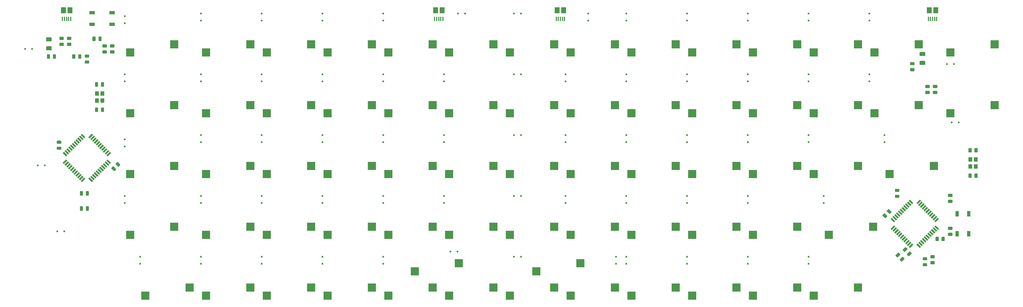
<source format=gbr>
G04 #@! TF.GenerationSoftware,KiCad,Pcbnew,(5.1.5-0-10_14)*
G04 #@! TF.CreationDate,2020-05-07T23:45:50-07:00*
G04 #@! TF.ProjectId,basis_combined_PROTON,62617369-735f-4636-9f6d-62696e65645f,rev?*
G04 #@! TF.SameCoordinates,Original*
G04 #@! TF.FileFunction,Paste,Bot*
G04 #@! TF.FilePolarity,Positive*
%FSLAX46Y46*%
G04 Gerber Fmt 4.6, Leading zero omitted, Abs format (unit mm)*
G04 Created by KiCad (PCBNEW (5.1.5-0-10_14)) date 2020-05-07 23:45:50*
%MOMM*%
%LPD*%
G04 APERTURE LIST*
%ADD10R,2.550000X2.500000*%
%ADD11R,0.500000X0.500000*%
%ADD12R,1.500000X1.900000*%
%ADD13R,0.400000X1.350000*%
%ADD14C,0.100000*%
%ADD15R,1.200000X1.400000*%
%ADD16R,1.100000X1.800000*%
%ADD17R,1.800000X1.100000*%
G04 APERTURE END LIST*
D10*
X-22602500Y-201771250D03*
X-36452500Y-204311250D03*
X-41652500Y-125571250D03*
X-55502500Y-128111250D03*
X-22602500Y-125571250D03*
X-36452500Y-128111250D03*
X-3552500Y-125571250D03*
X-17402500Y-128111250D03*
X15497500Y-125571250D03*
X1647500Y-128111250D03*
X-41652500Y-163671250D03*
X-55502500Y-166211250D03*
X-3552500Y-182721250D03*
X-17402500Y-185261250D03*
X-3552500Y-201771250D03*
X-17402500Y-204311250D03*
X-41652500Y-201771250D03*
X-55502500Y-204311250D03*
X-3552500Y-163671250D03*
X-17402500Y-166211250D03*
X-3552500Y-144621250D03*
X-17402500Y-147161250D03*
X15497500Y-163671250D03*
X1647500Y-166211250D03*
X-60702500Y-201771250D03*
X-74552500Y-204311250D03*
X34547500Y-163671250D03*
X20697500Y-166211250D03*
X-41652500Y-144621250D03*
X-55502500Y-147161250D03*
X15497500Y-144621250D03*
X1647500Y-147161250D03*
X-22602500Y-163671250D03*
X-36452500Y-166211250D03*
X15497500Y-201771250D03*
X1647500Y-204311250D03*
X34547500Y-201771250D03*
X20697500Y-204311250D03*
X9902500Y-196691250D03*
X23752500Y-194151250D03*
X34547500Y-144621250D03*
X20697500Y-147161250D03*
X15497500Y-182721250D03*
X1647500Y-185261250D03*
X-22602500Y-144621250D03*
X-36452500Y-147161250D03*
X-22602500Y-182721250D03*
X-36452500Y-185261250D03*
X-41652500Y-182721250D03*
X-55502500Y-185261250D03*
X-65465000Y-125571250D03*
X-79315000Y-128111250D03*
X-65465000Y-144621250D03*
X-79315000Y-147161250D03*
X-65465000Y-163671250D03*
X-79315000Y-166211250D03*
X34547500Y-125571250D03*
X20697500Y-128111250D03*
X34547500Y-182721250D03*
X20697500Y-185261250D03*
X53597500Y-144621250D03*
X39747500Y-147161250D03*
X129797500Y-201771250D03*
X115947500Y-204311250D03*
X72647500Y-144621250D03*
X58797500Y-147161250D03*
X148847500Y-144621250D03*
X134997500Y-147161250D03*
X48002500Y-196691250D03*
X61852500Y-194151250D03*
X72647500Y-201771250D03*
X58797500Y-204311250D03*
X53597500Y-201771250D03*
X39747500Y-204311250D03*
X148847500Y-201771250D03*
X134997500Y-204311250D03*
X129797500Y-144621250D03*
X115947500Y-147161250D03*
X110747500Y-144621250D03*
X96897500Y-147161250D03*
X53597500Y-182721250D03*
X39747500Y-185261250D03*
X72647500Y-182721250D03*
X58797500Y-185261250D03*
X91697500Y-201771250D03*
X77847500Y-204311250D03*
X110747500Y-163671250D03*
X96897500Y-166211250D03*
X91697500Y-163671250D03*
X77847500Y-166211250D03*
X72647500Y-163671250D03*
X58797500Y-166211250D03*
X91697500Y-144621250D03*
X77847500Y-147161250D03*
X53597500Y-163671250D03*
X39747500Y-166211250D03*
X110747500Y-201771250D03*
X96897500Y-204311250D03*
X167897500Y-125571250D03*
X154047500Y-128111250D03*
X148847500Y-125571250D03*
X134997500Y-128111250D03*
X167897500Y-144621250D03*
X154047500Y-147161250D03*
X129797500Y-163671250D03*
X115947500Y-166211250D03*
X129797500Y-182721250D03*
X115947500Y-185261250D03*
X148847500Y-163671250D03*
X134997500Y-166211250D03*
X110747500Y-125571250D03*
X96897500Y-128111250D03*
X91697500Y-125571250D03*
X77847500Y-128111250D03*
X72647500Y-125571250D03*
X58797500Y-128111250D03*
X53597500Y-125571250D03*
X39747500Y-128111250D03*
X91697500Y-182721250D03*
X77847500Y-185261250D03*
X110747500Y-182721250D03*
X96897500Y-185261250D03*
X129797500Y-125571250D03*
X115947500Y-128111250D03*
X153610000Y-182721250D03*
X139760000Y-185261250D03*
X191710000Y-125571250D03*
X177860000Y-128111250D03*
X191710000Y-144621250D03*
X177860000Y-147161250D03*
X172660000Y-163671250D03*
X158810000Y-166211250D03*
X-65465000Y-182721250D03*
X-79315000Y-185261250D03*
D11*
X176700000Y-131762500D03*
X178900000Y-131762500D03*
X178287500Y-150018750D03*
X180487500Y-150018750D03*
X157162500Y-156167000D03*
X157162500Y-153967000D03*
X152400000Y-137117000D03*
X152400000Y-134917000D03*
X152400000Y-118067000D03*
X152400000Y-115867000D03*
X133350000Y-194267000D03*
X133350000Y-192067000D03*
X138112500Y-175217000D03*
X138112500Y-173017000D03*
X133350000Y-156167000D03*
X133350000Y-153967000D03*
X133350000Y-137117000D03*
X133350000Y-134917000D03*
X133350000Y-118067000D03*
X133350000Y-115867000D03*
X114300000Y-194267000D03*
X114300000Y-192067000D03*
X114300000Y-175217000D03*
X114300000Y-173017000D03*
X114300000Y-156167000D03*
X114300000Y-153967000D03*
X114300000Y-137117000D03*
X114300000Y-134917000D03*
X114300000Y-118067000D03*
X114300000Y-115867000D03*
X95250000Y-194267000D03*
X95250000Y-192067000D03*
X95250000Y-175217000D03*
X95250000Y-173017000D03*
X95250000Y-156167000D03*
X95250000Y-153967000D03*
X95250000Y-137117000D03*
X95250000Y-134917000D03*
X95250000Y-118067000D03*
X95250000Y-115867000D03*
X76200000Y-194267000D03*
X76200000Y-192067000D03*
X76200000Y-175217000D03*
X76200000Y-173017000D03*
X76200000Y-156167000D03*
X76200000Y-153967000D03*
X76200000Y-137117000D03*
X76200000Y-134917000D03*
X76200000Y-118067000D03*
X76200000Y-115867000D03*
X73025000Y-194267000D03*
X73025000Y-192067000D03*
X57150000Y-175217000D03*
X57150000Y-173017000D03*
X57150000Y-156167000D03*
X57150000Y-153967000D03*
X57150000Y-137117000D03*
X57150000Y-134917000D03*
X64293750Y-118067000D03*
X64293750Y-115867000D03*
X40968750Y-192087500D03*
X43168750Y-192087500D03*
X40968750Y-173037500D03*
X43168750Y-173037500D03*
X40968750Y-153987500D03*
X43168750Y-153987500D03*
X40968750Y-134937500D03*
X43168750Y-134937500D03*
X40968750Y-115887500D03*
X43168750Y-115887500D03*
X19050000Y-175217000D03*
X19050000Y-173017000D03*
X19050000Y-156167000D03*
X19050000Y-153967000D03*
X19050000Y-137117000D03*
X19050000Y-134917000D03*
X25706250Y-115887500D03*
X23506250Y-115887500D03*
X23325000Y-190500000D03*
X21125000Y-190500000D03*
X0Y-194267000D03*
X0Y-192067000D03*
X0Y-175217000D03*
X0Y-173017000D03*
X0Y-156167000D03*
X0Y-153967000D03*
X0Y-137117000D03*
X0Y-134917000D03*
X0Y-118130500D03*
X0Y-115930500D03*
X-19050000Y-194267000D03*
X-19050000Y-192067000D03*
X-19050000Y-175217000D03*
X-19050000Y-173017000D03*
X-19050000Y-156167000D03*
X-19050000Y-153967000D03*
X-19050000Y-137117000D03*
X-19050000Y-134917000D03*
X-19050000Y-118130500D03*
X-19050000Y-115930500D03*
X-38100000Y-194267000D03*
X-38100000Y-192067000D03*
X-38100000Y-175217000D03*
X-38100000Y-173017000D03*
X-38100000Y-156167000D03*
X-38100000Y-153967000D03*
X-57150000Y-194267000D03*
X-57150000Y-192067000D03*
X-57150000Y-175217000D03*
X-57150000Y-173017000D03*
X-57150000Y-156167000D03*
X-57150000Y-153967000D03*
X-76200000Y-194267000D03*
X-76200000Y-192067000D03*
X-80962500Y-175217000D03*
X-80962500Y-173017000D03*
X-81026000Y-157564000D03*
X-81026000Y-155364000D03*
X-80962500Y-137117000D03*
X-80962500Y-134917000D03*
X-80962500Y-118956000D03*
X-80962500Y-116756000D03*
X-102192000Y-184150000D03*
X-99992000Y-184150000D03*
X-108256250Y-163512500D03*
X-106056250Y-163512500D03*
X-112225000Y-127000000D03*
X-110025000Y-127000000D03*
X-38100000Y-137117000D03*
X-38100000Y-134917000D03*
X-38100000Y-118129500D03*
X-38100000Y-115929500D03*
X-57150000Y-137117000D03*
X-57150000Y-134917000D03*
X-57150000Y-118129500D03*
X-57150000Y-115929500D03*
D12*
X54570000Y-114908750D03*
D13*
X55570000Y-117608750D03*
X56220000Y-117608750D03*
X56870000Y-117608750D03*
X54270000Y-117608750D03*
X54920000Y-117608750D03*
D12*
X56570000Y-114908750D03*
X16452500Y-114911250D03*
D13*
X17452500Y-117611250D03*
X18102500Y-117611250D03*
X18752500Y-117611250D03*
X16152500Y-117611250D03*
X16802500Y-117611250D03*
D12*
X18452500Y-114911250D03*
X171250000Y-114918750D03*
D13*
X172250000Y-117618750D03*
X172900000Y-117618750D03*
X173550000Y-117618750D03*
X170950000Y-117618750D03*
X171600000Y-117618750D03*
D12*
X173250000Y-114918750D03*
X-100218750Y-114911250D03*
D13*
X-99218750Y-117611250D03*
X-98568750Y-117611250D03*
X-97918750Y-117611250D03*
X-100518750Y-117611250D03*
X-99868750Y-117611250D03*
D12*
X-98218750Y-114911250D03*
D14*
G36*
X166210202Y-175245690D02*
G01*
X165821294Y-175634598D01*
X164760634Y-174573938D01*
X165149542Y-174185030D01*
X166210202Y-175245690D01*
G37*
G36*
X165644517Y-175811376D02*
G01*
X165255609Y-176200284D01*
X164194949Y-175139624D01*
X164583857Y-174750716D01*
X165644517Y-175811376D01*
G37*
G36*
X165078832Y-176377061D02*
G01*
X164689924Y-176765969D01*
X163629264Y-175705309D01*
X164018172Y-175316401D01*
X165078832Y-176377061D01*
G37*
G36*
X164513146Y-176942746D02*
G01*
X164124238Y-177331654D01*
X163063578Y-176270994D01*
X163452486Y-175882086D01*
X164513146Y-176942746D01*
G37*
G36*
X163947461Y-177508432D02*
G01*
X163558553Y-177897340D01*
X162497893Y-176836680D01*
X162886801Y-176447772D01*
X163947461Y-177508432D01*
G37*
G36*
X163381775Y-178074117D02*
G01*
X162992867Y-178463025D01*
X161932207Y-177402365D01*
X162321115Y-177013457D01*
X163381775Y-178074117D01*
G37*
G36*
X162816090Y-178639803D02*
G01*
X162427182Y-179028711D01*
X161366522Y-177968051D01*
X161755430Y-177579143D01*
X162816090Y-178639803D01*
G37*
G36*
X162250404Y-179205488D02*
G01*
X161861496Y-179594396D01*
X160800836Y-178533736D01*
X161189744Y-178144828D01*
X162250404Y-179205488D01*
G37*
G36*
X161684719Y-179771174D02*
G01*
X161295811Y-180160082D01*
X160235151Y-179099422D01*
X160624059Y-178710514D01*
X161684719Y-179771174D01*
G37*
G36*
X161119034Y-180336859D02*
G01*
X160730126Y-180725767D01*
X159669466Y-179665107D01*
X160058374Y-179276199D01*
X161119034Y-180336859D01*
G37*
G36*
X160553348Y-180902544D02*
G01*
X160164440Y-181291452D01*
X159103780Y-180230792D01*
X159492688Y-179841884D01*
X160553348Y-180902544D01*
G37*
G36*
X160164440Y-182246048D02*
G01*
X160553348Y-182634956D01*
X159492688Y-183695616D01*
X159103780Y-183306708D01*
X160164440Y-182246048D01*
G37*
G36*
X160730126Y-182811733D02*
G01*
X161119034Y-183200641D01*
X160058374Y-184261301D01*
X159669466Y-183872393D01*
X160730126Y-182811733D01*
G37*
G36*
X161295811Y-183377418D02*
G01*
X161684719Y-183766326D01*
X160624059Y-184826986D01*
X160235151Y-184438078D01*
X161295811Y-183377418D01*
G37*
G36*
X161861496Y-183943104D02*
G01*
X162250404Y-184332012D01*
X161189744Y-185392672D01*
X160800836Y-185003764D01*
X161861496Y-183943104D01*
G37*
G36*
X162427182Y-184508789D02*
G01*
X162816090Y-184897697D01*
X161755430Y-185958357D01*
X161366522Y-185569449D01*
X162427182Y-184508789D01*
G37*
G36*
X162992867Y-185074475D02*
G01*
X163381775Y-185463383D01*
X162321115Y-186524043D01*
X161932207Y-186135135D01*
X162992867Y-185074475D01*
G37*
G36*
X163558553Y-185640160D02*
G01*
X163947461Y-186029068D01*
X162886801Y-187089728D01*
X162497893Y-186700820D01*
X163558553Y-185640160D01*
G37*
G36*
X164124238Y-186205846D02*
G01*
X164513146Y-186594754D01*
X163452486Y-187655414D01*
X163063578Y-187266506D01*
X164124238Y-186205846D01*
G37*
G36*
X164689924Y-186771531D02*
G01*
X165078832Y-187160439D01*
X164018172Y-188221099D01*
X163629264Y-187832191D01*
X164689924Y-186771531D01*
G37*
G36*
X165255609Y-187337216D02*
G01*
X165644517Y-187726124D01*
X164583857Y-188786784D01*
X164194949Y-188397876D01*
X165255609Y-187337216D01*
G37*
G36*
X165821294Y-187902902D02*
G01*
X166210202Y-188291810D01*
X165149542Y-189352470D01*
X164760634Y-188963562D01*
X165821294Y-187902902D01*
G37*
G36*
X168614366Y-188963562D02*
G01*
X168225458Y-189352470D01*
X167164798Y-188291810D01*
X167553706Y-187902902D01*
X168614366Y-188963562D01*
G37*
G36*
X169180051Y-188397876D02*
G01*
X168791143Y-188786784D01*
X167730483Y-187726124D01*
X168119391Y-187337216D01*
X169180051Y-188397876D01*
G37*
G36*
X169745736Y-187832191D02*
G01*
X169356828Y-188221099D01*
X168296168Y-187160439D01*
X168685076Y-186771531D01*
X169745736Y-187832191D01*
G37*
G36*
X170311422Y-187266506D02*
G01*
X169922514Y-187655414D01*
X168861854Y-186594754D01*
X169250762Y-186205846D01*
X170311422Y-187266506D01*
G37*
G36*
X170877107Y-186700820D02*
G01*
X170488199Y-187089728D01*
X169427539Y-186029068D01*
X169816447Y-185640160D01*
X170877107Y-186700820D01*
G37*
G36*
X171442793Y-186135135D02*
G01*
X171053885Y-186524043D01*
X169993225Y-185463383D01*
X170382133Y-185074475D01*
X171442793Y-186135135D01*
G37*
G36*
X172008478Y-185569449D02*
G01*
X171619570Y-185958357D01*
X170558910Y-184897697D01*
X170947818Y-184508789D01*
X172008478Y-185569449D01*
G37*
G36*
X172574164Y-185003764D02*
G01*
X172185256Y-185392672D01*
X171124596Y-184332012D01*
X171513504Y-183943104D01*
X172574164Y-185003764D01*
G37*
G36*
X173139849Y-184438078D02*
G01*
X172750941Y-184826986D01*
X171690281Y-183766326D01*
X172079189Y-183377418D01*
X173139849Y-184438078D01*
G37*
G36*
X173705534Y-183872393D02*
G01*
X173316626Y-184261301D01*
X172255966Y-183200641D01*
X172644874Y-182811733D01*
X173705534Y-183872393D01*
G37*
G36*
X174271220Y-183306708D02*
G01*
X173882312Y-183695616D01*
X172821652Y-182634956D01*
X173210560Y-182246048D01*
X174271220Y-183306708D01*
G37*
G36*
X173882312Y-179841884D02*
G01*
X174271220Y-180230792D01*
X173210560Y-181291452D01*
X172821652Y-180902544D01*
X173882312Y-179841884D01*
G37*
G36*
X173316626Y-179276199D02*
G01*
X173705534Y-179665107D01*
X172644874Y-180725767D01*
X172255966Y-180336859D01*
X173316626Y-179276199D01*
G37*
G36*
X172750941Y-178710514D02*
G01*
X173139849Y-179099422D01*
X172079189Y-180160082D01*
X171690281Y-179771174D01*
X172750941Y-178710514D01*
G37*
G36*
X172185256Y-178144828D02*
G01*
X172574164Y-178533736D01*
X171513504Y-179594396D01*
X171124596Y-179205488D01*
X172185256Y-178144828D01*
G37*
G36*
X171619570Y-177579143D02*
G01*
X172008478Y-177968051D01*
X170947818Y-179028711D01*
X170558910Y-178639803D01*
X171619570Y-177579143D01*
G37*
G36*
X171053885Y-177013457D02*
G01*
X171442793Y-177402365D01*
X170382133Y-178463025D01*
X169993225Y-178074117D01*
X171053885Y-177013457D01*
G37*
G36*
X170488199Y-176447772D02*
G01*
X170877107Y-176836680D01*
X169816447Y-177897340D01*
X169427539Y-177508432D01*
X170488199Y-176447772D01*
G37*
G36*
X169922514Y-175882086D02*
G01*
X170311422Y-176270994D01*
X169250762Y-177331654D01*
X168861854Y-176942746D01*
X169922514Y-175882086D01*
G37*
G36*
X169356828Y-175316401D02*
G01*
X169745736Y-175705309D01*
X168685076Y-176765969D01*
X168296168Y-176377061D01*
X169356828Y-175316401D01*
G37*
G36*
X168791143Y-174750716D02*
G01*
X169180051Y-175139624D01*
X168119391Y-176200284D01*
X167730483Y-175811376D01*
X168791143Y-174750716D01*
G37*
G36*
X168225458Y-174185030D02*
G01*
X168614366Y-174573938D01*
X167553706Y-175634598D01*
X167164798Y-175245690D01*
X168225458Y-174185030D01*
G37*
G36*
X-99391810Y-161608548D02*
G01*
X-99002902Y-161997456D01*
X-100063562Y-163058116D01*
X-100452470Y-162669208D01*
X-99391810Y-161608548D01*
G37*
G36*
X-98826124Y-162174233D02*
G01*
X-98437216Y-162563141D01*
X-99497876Y-163623801D01*
X-99886784Y-163234893D01*
X-98826124Y-162174233D01*
G37*
G36*
X-98260439Y-162739918D02*
G01*
X-97871531Y-163128826D01*
X-98932191Y-164189486D01*
X-99321099Y-163800578D01*
X-98260439Y-162739918D01*
G37*
G36*
X-97694754Y-163305604D02*
G01*
X-97305846Y-163694512D01*
X-98366506Y-164755172D01*
X-98755414Y-164366264D01*
X-97694754Y-163305604D01*
G37*
G36*
X-97129068Y-163871289D02*
G01*
X-96740160Y-164260197D01*
X-97800820Y-165320857D01*
X-98189728Y-164931949D01*
X-97129068Y-163871289D01*
G37*
G36*
X-96563383Y-164436975D02*
G01*
X-96174475Y-164825883D01*
X-97235135Y-165886543D01*
X-97624043Y-165497635D01*
X-96563383Y-164436975D01*
G37*
G36*
X-95997697Y-165002660D02*
G01*
X-95608789Y-165391568D01*
X-96669449Y-166452228D01*
X-97058357Y-166063320D01*
X-95997697Y-165002660D01*
G37*
G36*
X-95432012Y-165568346D02*
G01*
X-95043104Y-165957254D01*
X-96103764Y-167017914D01*
X-96492672Y-166629006D01*
X-95432012Y-165568346D01*
G37*
G36*
X-94866326Y-166134031D02*
G01*
X-94477418Y-166522939D01*
X-95538078Y-167583599D01*
X-95926986Y-167194691D01*
X-94866326Y-166134031D01*
G37*
G36*
X-94300641Y-166699716D02*
G01*
X-93911733Y-167088624D01*
X-94972393Y-168149284D01*
X-95361301Y-167760376D01*
X-94300641Y-166699716D01*
G37*
G36*
X-93734956Y-167265402D02*
G01*
X-93346048Y-167654310D01*
X-94406708Y-168714970D01*
X-94795616Y-168326062D01*
X-93734956Y-167265402D01*
G37*
G36*
X-92391452Y-167654310D02*
G01*
X-92002544Y-167265402D01*
X-90941884Y-168326062D01*
X-91330792Y-168714970D01*
X-92391452Y-167654310D01*
G37*
G36*
X-91825767Y-167088624D02*
G01*
X-91436859Y-166699716D01*
X-90376199Y-167760376D01*
X-90765107Y-168149284D01*
X-91825767Y-167088624D01*
G37*
G36*
X-91260082Y-166522939D02*
G01*
X-90871174Y-166134031D01*
X-89810514Y-167194691D01*
X-90199422Y-167583599D01*
X-91260082Y-166522939D01*
G37*
G36*
X-90694396Y-165957254D02*
G01*
X-90305488Y-165568346D01*
X-89244828Y-166629006D01*
X-89633736Y-167017914D01*
X-90694396Y-165957254D01*
G37*
G36*
X-90128711Y-165391568D02*
G01*
X-89739803Y-165002660D01*
X-88679143Y-166063320D01*
X-89068051Y-166452228D01*
X-90128711Y-165391568D01*
G37*
G36*
X-89563025Y-164825883D02*
G01*
X-89174117Y-164436975D01*
X-88113457Y-165497635D01*
X-88502365Y-165886543D01*
X-89563025Y-164825883D01*
G37*
G36*
X-88997340Y-164260197D02*
G01*
X-88608432Y-163871289D01*
X-87547772Y-164931949D01*
X-87936680Y-165320857D01*
X-88997340Y-164260197D01*
G37*
G36*
X-88431654Y-163694512D02*
G01*
X-88042746Y-163305604D01*
X-86982086Y-164366264D01*
X-87370994Y-164755172D01*
X-88431654Y-163694512D01*
G37*
G36*
X-87865969Y-163128826D02*
G01*
X-87477061Y-162739918D01*
X-86416401Y-163800578D01*
X-86805309Y-164189486D01*
X-87865969Y-163128826D01*
G37*
G36*
X-87300284Y-162563141D02*
G01*
X-86911376Y-162174233D01*
X-85850716Y-163234893D01*
X-86239624Y-163623801D01*
X-87300284Y-162563141D01*
G37*
G36*
X-86734598Y-161997456D02*
G01*
X-86345690Y-161608548D01*
X-85285030Y-162669208D01*
X-85673938Y-163058116D01*
X-86734598Y-161997456D01*
G37*
G36*
X-85673938Y-159204384D02*
G01*
X-85285030Y-159593292D01*
X-86345690Y-160653952D01*
X-86734598Y-160265044D01*
X-85673938Y-159204384D01*
G37*
G36*
X-86239624Y-158638699D02*
G01*
X-85850716Y-159027607D01*
X-86911376Y-160088267D01*
X-87300284Y-159699359D01*
X-86239624Y-158638699D01*
G37*
G36*
X-86805309Y-158073014D02*
G01*
X-86416401Y-158461922D01*
X-87477061Y-159522582D01*
X-87865969Y-159133674D01*
X-86805309Y-158073014D01*
G37*
G36*
X-87370994Y-157507328D02*
G01*
X-86982086Y-157896236D01*
X-88042746Y-158956896D01*
X-88431654Y-158567988D01*
X-87370994Y-157507328D01*
G37*
G36*
X-87936680Y-156941643D02*
G01*
X-87547772Y-157330551D01*
X-88608432Y-158391211D01*
X-88997340Y-158002303D01*
X-87936680Y-156941643D01*
G37*
G36*
X-88502365Y-156375957D02*
G01*
X-88113457Y-156764865D01*
X-89174117Y-157825525D01*
X-89563025Y-157436617D01*
X-88502365Y-156375957D01*
G37*
G36*
X-89068051Y-155810272D02*
G01*
X-88679143Y-156199180D01*
X-89739803Y-157259840D01*
X-90128711Y-156870932D01*
X-89068051Y-155810272D01*
G37*
G36*
X-89633736Y-155244586D02*
G01*
X-89244828Y-155633494D01*
X-90305488Y-156694154D01*
X-90694396Y-156305246D01*
X-89633736Y-155244586D01*
G37*
G36*
X-90199422Y-154678901D02*
G01*
X-89810514Y-155067809D01*
X-90871174Y-156128469D01*
X-91260082Y-155739561D01*
X-90199422Y-154678901D01*
G37*
G36*
X-90765107Y-154113216D02*
G01*
X-90376199Y-154502124D01*
X-91436859Y-155562784D01*
X-91825767Y-155173876D01*
X-90765107Y-154113216D01*
G37*
G36*
X-91330792Y-153547530D02*
G01*
X-90941884Y-153936438D01*
X-92002544Y-154997098D01*
X-92391452Y-154608190D01*
X-91330792Y-153547530D01*
G37*
G36*
X-94795616Y-153936438D02*
G01*
X-94406708Y-153547530D01*
X-93346048Y-154608190D01*
X-93734956Y-154997098D01*
X-94795616Y-153936438D01*
G37*
G36*
X-95361301Y-154502124D02*
G01*
X-94972393Y-154113216D01*
X-93911733Y-155173876D01*
X-94300641Y-155562784D01*
X-95361301Y-154502124D01*
G37*
G36*
X-95926986Y-155067809D02*
G01*
X-95538078Y-154678901D01*
X-94477418Y-155739561D01*
X-94866326Y-156128469D01*
X-95926986Y-155067809D01*
G37*
G36*
X-96492672Y-155633494D02*
G01*
X-96103764Y-155244586D01*
X-95043104Y-156305246D01*
X-95432012Y-156694154D01*
X-96492672Y-155633494D01*
G37*
G36*
X-97058357Y-156199180D02*
G01*
X-96669449Y-155810272D01*
X-95608789Y-156870932D01*
X-95997697Y-157259840D01*
X-97058357Y-156199180D01*
G37*
G36*
X-97624043Y-156764865D02*
G01*
X-97235135Y-156375957D01*
X-96174475Y-157436617D01*
X-96563383Y-157825525D01*
X-97624043Y-156764865D01*
G37*
G36*
X-98189728Y-157330551D02*
G01*
X-97800820Y-156941643D01*
X-96740160Y-158002303D01*
X-97129068Y-158391211D01*
X-98189728Y-157330551D01*
G37*
G36*
X-98755414Y-157896236D02*
G01*
X-98366506Y-157507328D01*
X-97305846Y-158567988D01*
X-97694754Y-158956896D01*
X-98755414Y-157896236D01*
G37*
G36*
X-99321099Y-158461922D02*
G01*
X-98932191Y-158073014D01*
X-97871531Y-159133674D01*
X-98260439Y-159522582D01*
X-99321099Y-158461922D01*
G37*
G36*
X-99886784Y-159027607D02*
G01*
X-99497876Y-158638699D01*
X-98437216Y-159699359D01*
X-98826124Y-160088267D01*
X-99886784Y-159027607D01*
G37*
G36*
X-100452470Y-159593292D02*
G01*
X-100063562Y-159204384D01*
X-99002902Y-160265044D01*
X-99391810Y-160653952D01*
X-100452470Y-159593292D01*
G37*
D15*
X184093750Y-161618750D03*
X184093750Y-163818750D03*
X185793750Y-163818750D03*
X185793750Y-161618750D03*
X-88050000Y-143181250D03*
X-88050000Y-140981250D03*
X-89750000Y-140981250D03*
X-89750000Y-143181250D03*
D16*
X183618750Y-184868750D03*
X179918750Y-178668750D03*
X179918750Y-184868750D03*
X183618750Y-178668750D03*
D17*
X-91206250Y-115625000D03*
X-85006250Y-119325000D03*
X-91206250Y-119325000D03*
X-85006250Y-115625000D03*
D14*
G36*
X161567076Y-190817873D02*
G01*
X161590737Y-190821383D01*
X161613941Y-190827195D01*
X161636463Y-190835253D01*
X161658087Y-190845481D01*
X161678604Y-190857778D01*
X161697817Y-190872028D01*
X161715541Y-190888092D01*
X162060256Y-191232807D01*
X162076320Y-191250531D01*
X162090570Y-191269744D01*
X162102867Y-191290261D01*
X162113095Y-191311885D01*
X162121153Y-191334407D01*
X162126965Y-191357611D01*
X162130475Y-191381272D01*
X162131649Y-191405164D01*
X162130475Y-191429056D01*
X162126965Y-191452717D01*
X162121153Y-191475921D01*
X162113095Y-191498443D01*
X162102867Y-191520067D01*
X162090570Y-191540584D01*
X162076320Y-191559797D01*
X162060256Y-191577521D01*
X161415021Y-192222756D01*
X161397297Y-192238820D01*
X161378084Y-192253070D01*
X161357567Y-192265367D01*
X161335943Y-192275595D01*
X161313421Y-192283653D01*
X161290217Y-192289465D01*
X161266556Y-192292975D01*
X161242664Y-192294149D01*
X161218772Y-192292975D01*
X161195111Y-192289465D01*
X161171907Y-192283653D01*
X161149385Y-192275595D01*
X161127761Y-192265367D01*
X161107244Y-192253070D01*
X161088031Y-192238820D01*
X161070307Y-192222756D01*
X160725592Y-191878041D01*
X160709528Y-191860317D01*
X160695278Y-191841104D01*
X160682981Y-191820587D01*
X160672753Y-191798963D01*
X160664695Y-191776441D01*
X160658883Y-191753237D01*
X160655373Y-191729576D01*
X160654199Y-191705684D01*
X160655373Y-191681792D01*
X160658883Y-191658131D01*
X160664695Y-191634927D01*
X160672753Y-191612405D01*
X160682981Y-191590781D01*
X160695278Y-191570264D01*
X160709528Y-191551051D01*
X160725592Y-191533327D01*
X161370827Y-190888092D01*
X161388551Y-190872028D01*
X161407764Y-190857778D01*
X161428281Y-190845481D01*
X161449905Y-190835253D01*
X161472427Y-190827195D01*
X161495631Y-190821383D01*
X161519292Y-190817873D01*
X161543184Y-190816699D01*
X161567076Y-190817873D01*
G37*
G36*
X162892902Y-192143699D02*
G01*
X162916563Y-192147209D01*
X162939767Y-192153021D01*
X162962289Y-192161079D01*
X162983913Y-192171307D01*
X163004430Y-192183604D01*
X163023643Y-192197854D01*
X163041367Y-192213918D01*
X163386082Y-192558633D01*
X163402146Y-192576357D01*
X163416396Y-192595570D01*
X163428693Y-192616087D01*
X163438921Y-192637711D01*
X163446979Y-192660233D01*
X163452791Y-192683437D01*
X163456301Y-192707098D01*
X163457475Y-192730990D01*
X163456301Y-192754882D01*
X163452791Y-192778543D01*
X163446979Y-192801747D01*
X163438921Y-192824269D01*
X163428693Y-192845893D01*
X163416396Y-192866410D01*
X163402146Y-192885623D01*
X163386082Y-192903347D01*
X162740847Y-193548582D01*
X162723123Y-193564646D01*
X162703910Y-193578896D01*
X162683393Y-193591193D01*
X162661769Y-193601421D01*
X162639247Y-193609479D01*
X162616043Y-193615291D01*
X162592382Y-193618801D01*
X162568490Y-193619975D01*
X162544598Y-193618801D01*
X162520937Y-193615291D01*
X162497733Y-193609479D01*
X162475211Y-193601421D01*
X162453587Y-193591193D01*
X162433070Y-193578896D01*
X162413857Y-193564646D01*
X162396133Y-193548582D01*
X162051418Y-193203867D01*
X162035354Y-193186143D01*
X162021104Y-193166930D01*
X162008807Y-193146413D01*
X161998579Y-193124789D01*
X161990521Y-193102267D01*
X161984709Y-193079063D01*
X161981199Y-193055402D01*
X161980025Y-193031510D01*
X161981199Y-193007618D01*
X161984709Y-192983957D01*
X161990521Y-192960753D01*
X161998579Y-192938231D01*
X162008807Y-192916607D01*
X162021104Y-192896090D01*
X162035354Y-192876877D01*
X162051418Y-192859153D01*
X162696653Y-192213918D01*
X162714377Y-192197854D01*
X162733590Y-192183604D01*
X162754107Y-192171307D01*
X162775731Y-192161079D01*
X162798253Y-192153021D01*
X162821457Y-192147209D01*
X162845118Y-192143699D01*
X162869010Y-192142525D01*
X162892902Y-192143699D01*
G37*
G36*
X178280142Y-184601174D02*
G01*
X178303803Y-184604684D01*
X178327007Y-184610496D01*
X178349529Y-184618554D01*
X178371153Y-184628782D01*
X178391670Y-184641079D01*
X178410883Y-184655329D01*
X178428607Y-184671393D01*
X178444671Y-184689117D01*
X178458921Y-184708330D01*
X178471218Y-184728847D01*
X178481446Y-184750471D01*
X178489504Y-184772993D01*
X178495316Y-184796197D01*
X178498826Y-184819858D01*
X178500000Y-184843750D01*
X178500000Y-185331250D01*
X178498826Y-185355142D01*
X178495316Y-185378803D01*
X178489504Y-185402007D01*
X178481446Y-185424529D01*
X178471218Y-185446153D01*
X178458921Y-185466670D01*
X178444671Y-185485883D01*
X178428607Y-185503607D01*
X178410883Y-185519671D01*
X178391670Y-185533921D01*
X178371153Y-185546218D01*
X178349529Y-185556446D01*
X178327007Y-185564504D01*
X178303803Y-185570316D01*
X178280142Y-185573826D01*
X178256250Y-185575000D01*
X177343750Y-185575000D01*
X177319858Y-185573826D01*
X177296197Y-185570316D01*
X177272993Y-185564504D01*
X177250471Y-185556446D01*
X177228847Y-185546218D01*
X177208330Y-185533921D01*
X177189117Y-185519671D01*
X177171393Y-185503607D01*
X177155329Y-185485883D01*
X177141079Y-185466670D01*
X177128782Y-185446153D01*
X177118554Y-185424529D01*
X177110496Y-185402007D01*
X177104684Y-185378803D01*
X177101174Y-185355142D01*
X177100000Y-185331250D01*
X177100000Y-184843750D01*
X177101174Y-184819858D01*
X177104684Y-184796197D01*
X177110496Y-184772993D01*
X177118554Y-184750471D01*
X177128782Y-184728847D01*
X177141079Y-184708330D01*
X177155329Y-184689117D01*
X177171393Y-184671393D01*
X177189117Y-184655329D01*
X177208330Y-184641079D01*
X177228847Y-184628782D01*
X177250471Y-184618554D01*
X177272993Y-184610496D01*
X177296197Y-184604684D01*
X177319858Y-184601174D01*
X177343750Y-184600000D01*
X178256250Y-184600000D01*
X178280142Y-184601174D01*
G37*
G36*
X178280142Y-182726174D02*
G01*
X178303803Y-182729684D01*
X178327007Y-182735496D01*
X178349529Y-182743554D01*
X178371153Y-182753782D01*
X178391670Y-182766079D01*
X178410883Y-182780329D01*
X178428607Y-182796393D01*
X178444671Y-182814117D01*
X178458921Y-182833330D01*
X178471218Y-182853847D01*
X178481446Y-182875471D01*
X178489504Y-182897993D01*
X178495316Y-182921197D01*
X178498826Y-182944858D01*
X178500000Y-182968750D01*
X178500000Y-183456250D01*
X178498826Y-183480142D01*
X178495316Y-183503803D01*
X178489504Y-183527007D01*
X178481446Y-183549529D01*
X178471218Y-183571153D01*
X178458921Y-183591670D01*
X178444671Y-183610883D01*
X178428607Y-183628607D01*
X178410883Y-183644671D01*
X178391670Y-183658921D01*
X178371153Y-183671218D01*
X178349529Y-183681446D01*
X178327007Y-183689504D01*
X178303803Y-183695316D01*
X178280142Y-183698826D01*
X178256250Y-183700000D01*
X177343750Y-183700000D01*
X177319858Y-183698826D01*
X177296197Y-183695316D01*
X177272993Y-183689504D01*
X177250471Y-183681446D01*
X177228847Y-183671218D01*
X177208330Y-183658921D01*
X177189117Y-183644671D01*
X177171393Y-183628607D01*
X177155329Y-183610883D01*
X177141079Y-183591670D01*
X177128782Y-183571153D01*
X177118554Y-183549529D01*
X177110496Y-183527007D01*
X177104684Y-183503803D01*
X177101174Y-183480142D01*
X177100000Y-183456250D01*
X177100000Y-182968750D01*
X177101174Y-182944858D01*
X177104684Y-182921197D01*
X177110496Y-182897993D01*
X177118554Y-182875471D01*
X177128782Y-182853847D01*
X177141079Y-182833330D01*
X177155329Y-182814117D01*
X177171393Y-182796393D01*
X177189117Y-182780329D01*
X177208330Y-182766079D01*
X177228847Y-182753782D01*
X177250471Y-182743554D01*
X177272993Y-182735496D01*
X177296197Y-182729684D01*
X177319858Y-182726174D01*
X177343750Y-182725000D01*
X178256250Y-182725000D01*
X178280142Y-182726174D01*
G37*
G36*
X173517642Y-138276174D02*
G01*
X173541303Y-138279684D01*
X173564507Y-138285496D01*
X173587029Y-138293554D01*
X173608653Y-138303782D01*
X173629170Y-138316079D01*
X173648383Y-138330329D01*
X173666107Y-138346393D01*
X173682171Y-138364117D01*
X173696421Y-138383330D01*
X173708718Y-138403847D01*
X173718946Y-138425471D01*
X173727004Y-138447993D01*
X173732816Y-138471197D01*
X173736326Y-138494858D01*
X173737500Y-138518750D01*
X173737500Y-139006250D01*
X173736326Y-139030142D01*
X173732816Y-139053803D01*
X173727004Y-139077007D01*
X173718946Y-139099529D01*
X173708718Y-139121153D01*
X173696421Y-139141670D01*
X173682171Y-139160883D01*
X173666107Y-139178607D01*
X173648383Y-139194671D01*
X173629170Y-139208921D01*
X173608653Y-139221218D01*
X173587029Y-139231446D01*
X173564507Y-139239504D01*
X173541303Y-139245316D01*
X173517642Y-139248826D01*
X173493750Y-139250000D01*
X172581250Y-139250000D01*
X172557358Y-139248826D01*
X172533697Y-139245316D01*
X172510493Y-139239504D01*
X172487971Y-139231446D01*
X172466347Y-139221218D01*
X172445830Y-139208921D01*
X172426617Y-139194671D01*
X172408893Y-139178607D01*
X172392829Y-139160883D01*
X172378579Y-139141670D01*
X172366282Y-139121153D01*
X172356054Y-139099529D01*
X172347996Y-139077007D01*
X172342184Y-139053803D01*
X172338674Y-139030142D01*
X172337500Y-139006250D01*
X172337500Y-138518750D01*
X172338674Y-138494858D01*
X172342184Y-138471197D01*
X172347996Y-138447993D01*
X172356054Y-138425471D01*
X172366282Y-138403847D01*
X172378579Y-138383330D01*
X172392829Y-138364117D01*
X172408893Y-138346393D01*
X172426617Y-138330329D01*
X172445830Y-138316079D01*
X172466347Y-138303782D01*
X172487971Y-138293554D01*
X172510493Y-138285496D01*
X172533697Y-138279684D01*
X172557358Y-138276174D01*
X172581250Y-138275000D01*
X173493750Y-138275000D01*
X173517642Y-138276174D01*
G37*
G36*
X173517642Y-140151174D02*
G01*
X173541303Y-140154684D01*
X173564507Y-140160496D01*
X173587029Y-140168554D01*
X173608653Y-140178782D01*
X173629170Y-140191079D01*
X173648383Y-140205329D01*
X173666107Y-140221393D01*
X173682171Y-140239117D01*
X173696421Y-140258330D01*
X173708718Y-140278847D01*
X173718946Y-140300471D01*
X173727004Y-140322993D01*
X173732816Y-140346197D01*
X173736326Y-140369858D01*
X173737500Y-140393750D01*
X173737500Y-140881250D01*
X173736326Y-140905142D01*
X173732816Y-140928803D01*
X173727004Y-140952007D01*
X173718946Y-140974529D01*
X173708718Y-140996153D01*
X173696421Y-141016670D01*
X173682171Y-141035883D01*
X173666107Y-141053607D01*
X173648383Y-141069671D01*
X173629170Y-141083921D01*
X173608653Y-141096218D01*
X173587029Y-141106446D01*
X173564507Y-141114504D01*
X173541303Y-141120316D01*
X173517642Y-141123826D01*
X173493750Y-141125000D01*
X172581250Y-141125000D01*
X172557358Y-141123826D01*
X172533697Y-141120316D01*
X172510493Y-141114504D01*
X172487971Y-141106446D01*
X172466347Y-141096218D01*
X172445830Y-141083921D01*
X172426617Y-141069671D01*
X172408893Y-141053607D01*
X172392829Y-141035883D01*
X172378579Y-141016670D01*
X172366282Y-140996153D01*
X172356054Y-140974529D01*
X172347996Y-140952007D01*
X172342184Y-140928803D01*
X172338674Y-140905142D01*
X172337500Y-140881250D01*
X172337500Y-140393750D01*
X172338674Y-140369858D01*
X172342184Y-140346197D01*
X172347996Y-140322993D01*
X172356054Y-140300471D01*
X172366282Y-140278847D01*
X172378579Y-140258330D01*
X172392829Y-140239117D01*
X172408893Y-140221393D01*
X172426617Y-140205329D01*
X172445830Y-140191079D01*
X172466347Y-140178782D01*
X172487971Y-140168554D01*
X172510493Y-140160496D01*
X172533697Y-140154684D01*
X172557358Y-140151174D01*
X172581250Y-140150000D01*
X173493750Y-140150000D01*
X173517642Y-140151174D01*
G37*
G36*
X171136392Y-138276174D02*
G01*
X171160053Y-138279684D01*
X171183257Y-138285496D01*
X171205779Y-138293554D01*
X171227403Y-138303782D01*
X171247920Y-138316079D01*
X171267133Y-138330329D01*
X171284857Y-138346393D01*
X171300921Y-138364117D01*
X171315171Y-138383330D01*
X171327468Y-138403847D01*
X171337696Y-138425471D01*
X171345754Y-138447993D01*
X171351566Y-138471197D01*
X171355076Y-138494858D01*
X171356250Y-138518750D01*
X171356250Y-139006250D01*
X171355076Y-139030142D01*
X171351566Y-139053803D01*
X171345754Y-139077007D01*
X171337696Y-139099529D01*
X171327468Y-139121153D01*
X171315171Y-139141670D01*
X171300921Y-139160883D01*
X171284857Y-139178607D01*
X171267133Y-139194671D01*
X171247920Y-139208921D01*
X171227403Y-139221218D01*
X171205779Y-139231446D01*
X171183257Y-139239504D01*
X171160053Y-139245316D01*
X171136392Y-139248826D01*
X171112500Y-139250000D01*
X170200000Y-139250000D01*
X170176108Y-139248826D01*
X170152447Y-139245316D01*
X170129243Y-139239504D01*
X170106721Y-139231446D01*
X170085097Y-139221218D01*
X170064580Y-139208921D01*
X170045367Y-139194671D01*
X170027643Y-139178607D01*
X170011579Y-139160883D01*
X169997329Y-139141670D01*
X169985032Y-139121153D01*
X169974804Y-139099529D01*
X169966746Y-139077007D01*
X169960934Y-139053803D01*
X169957424Y-139030142D01*
X169956250Y-139006250D01*
X169956250Y-138518750D01*
X169957424Y-138494858D01*
X169960934Y-138471197D01*
X169966746Y-138447993D01*
X169974804Y-138425471D01*
X169985032Y-138403847D01*
X169997329Y-138383330D01*
X170011579Y-138364117D01*
X170027643Y-138346393D01*
X170045367Y-138330329D01*
X170064580Y-138316079D01*
X170085097Y-138303782D01*
X170106721Y-138293554D01*
X170129243Y-138285496D01*
X170152447Y-138279684D01*
X170176108Y-138276174D01*
X170200000Y-138275000D01*
X171112500Y-138275000D01*
X171136392Y-138276174D01*
G37*
G36*
X171136392Y-140151174D02*
G01*
X171160053Y-140154684D01*
X171183257Y-140160496D01*
X171205779Y-140168554D01*
X171227403Y-140178782D01*
X171247920Y-140191079D01*
X171267133Y-140205329D01*
X171284857Y-140221393D01*
X171300921Y-140239117D01*
X171315171Y-140258330D01*
X171327468Y-140278847D01*
X171337696Y-140300471D01*
X171345754Y-140322993D01*
X171351566Y-140346197D01*
X171355076Y-140369858D01*
X171356250Y-140393750D01*
X171356250Y-140881250D01*
X171355076Y-140905142D01*
X171351566Y-140928803D01*
X171345754Y-140952007D01*
X171337696Y-140974529D01*
X171327468Y-140996153D01*
X171315171Y-141016670D01*
X171300921Y-141035883D01*
X171284857Y-141053607D01*
X171267133Y-141069671D01*
X171247920Y-141083921D01*
X171227403Y-141096218D01*
X171205779Y-141106446D01*
X171183257Y-141114504D01*
X171160053Y-141120316D01*
X171136392Y-141123826D01*
X171112500Y-141125000D01*
X170200000Y-141125000D01*
X170176108Y-141123826D01*
X170152447Y-141120316D01*
X170129243Y-141114504D01*
X170106721Y-141106446D01*
X170085097Y-141096218D01*
X170064580Y-141083921D01*
X170045367Y-141069671D01*
X170027643Y-141053607D01*
X170011579Y-141035883D01*
X169997329Y-141016670D01*
X169985032Y-140996153D01*
X169974804Y-140974529D01*
X169966746Y-140952007D01*
X169960934Y-140928803D01*
X169957424Y-140905142D01*
X169956250Y-140881250D01*
X169956250Y-140393750D01*
X169957424Y-140369858D01*
X169960934Y-140346197D01*
X169966746Y-140322993D01*
X169974804Y-140300471D01*
X169985032Y-140278847D01*
X169997329Y-140258330D01*
X170011579Y-140239117D01*
X170027643Y-140221393D01*
X170045367Y-140205329D01*
X170064580Y-140191079D01*
X170085097Y-140178782D01*
X170106721Y-140168554D01*
X170129243Y-140160496D01*
X170152447Y-140154684D01*
X170176108Y-140151174D01*
X170200000Y-140150000D01*
X171112500Y-140150000D01*
X171136392Y-140151174D01*
G37*
G36*
X-92457358Y-176307424D02*
G01*
X-92433697Y-176310934D01*
X-92410493Y-176316746D01*
X-92387971Y-176324804D01*
X-92366347Y-176335032D01*
X-92345830Y-176347329D01*
X-92326617Y-176361579D01*
X-92308893Y-176377643D01*
X-92292829Y-176395367D01*
X-92278579Y-176414580D01*
X-92266282Y-176435097D01*
X-92256054Y-176456721D01*
X-92247996Y-176479243D01*
X-92242184Y-176502447D01*
X-92238674Y-176526108D01*
X-92237500Y-176550000D01*
X-92237500Y-177462500D01*
X-92238674Y-177486392D01*
X-92242184Y-177510053D01*
X-92247996Y-177533257D01*
X-92256054Y-177555779D01*
X-92266282Y-177577403D01*
X-92278579Y-177597920D01*
X-92292829Y-177617133D01*
X-92308893Y-177634857D01*
X-92326617Y-177650921D01*
X-92345830Y-177665171D01*
X-92366347Y-177677468D01*
X-92387971Y-177687696D01*
X-92410493Y-177695754D01*
X-92433697Y-177701566D01*
X-92457358Y-177705076D01*
X-92481250Y-177706250D01*
X-92968750Y-177706250D01*
X-92992642Y-177705076D01*
X-93016303Y-177701566D01*
X-93039507Y-177695754D01*
X-93062029Y-177687696D01*
X-93083653Y-177677468D01*
X-93104170Y-177665171D01*
X-93123383Y-177650921D01*
X-93141107Y-177634857D01*
X-93157171Y-177617133D01*
X-93171421Y-177597920D01*
X-93183718Y-177577403D01*
X-93193946Y-177555779D01*
X-93202004Y-177533257D01*
X-93207816Y-177510053D01*
X-93211326Y-177486392D01*
X-93212500Y-177462500D01*
X-93212500Y-176550000D01*
X-93211326Y-176526108D01*
X-93207816Y-176502447D01*
X-93202004Y-176479243D01*
X-93193946Y-176456721D01*
X-93183718Y-176435097D01*
X-93171421Y-176414580D01*
X-93157171Y-176395367D01*
X-93141107Y-176377643D01*
X-93123383Y-176361579D01*
X-93104170Y-176347329D01*
X-93083653Y-176335032D01*
X-93062029Y-176324804D01*
X-93039507Y-176316746D01*
X-93016303Y-176310934D01*
X-92992642Y-176307424D01*
X-92968750Y-176306250D01*
X-92481250Y-176306250D01*
X-92457358Y-176307424D01*
G37*
G36*
X-94332358Y-176307424D02*
G01*
X-94308697Y-176310934D01*
X-94285493Y-176316746D01*
X-94262971Y-176324804D01*
X-94241347Y-176335032D01*
X-94220830Y-176347329D01*
X-94201617Y-176361579D01*
X-94183893Y-176377643D01*
X-94167829Y-176395367D01*
X-94153579Y-176414580D01*
X-94141282Y-176435097D01*
X-94131054Y-176456721D01*
X-94122996Y-176479243D01*
X-94117184Y-176502447D01*
X-94113674Y-176526108D01*
X-94112500Y-176550000D01*
X-94112500Y-177462500D01*
X-94113674Y-177486392D01*
X-94117184Y-177510053D01*
X-94122996Y-177533257D01*
X-94131054Y-177555779D01*
X-94141282Y-177577403D01*
X-94153579Y-177597920D01*
X-94167829Y-177617133D01*
X-94183893Y-177634857D01*
X-94201617Y-177650921D01*
X-94220830Y-177665171D01*
X-94241347Y-177677468D01*
X-94262971Y-177687696D01*
X-94285493Y-177695754D01*
X-94308697Y-177701566D01*
X-94332358Y-177705076D01*
X-94356250Y-177706250D01*
X-94843750Y-177706250D01*
X-94867642Y-177705076D01*
X-94891303Y-177701566D01*
X-94914507Y-177695754D01*
X-94937029Y-177687696D01*
X-94958653Y-177677468D01*
X-94979170Y-177665171D01*
X-94998383Y-177650921D01*
X-95016107Y-177634857D01*
X-95032171Y-177617133D01*
X-95046421Y-177597920D01*
X-95058718Y-177577403D01*
X-95068946Y-177555779D01*
X-95077004Y-177533257D01*
X-95082816Y-177510053D01*
X-95086326Y-177486392D01*
X-95087500Y-177462500D01*
X-95087500Y-176550000D01*
X-95086326Y-176526108D01*
X-95082816Y-176502447D01*
X-95077004Y-176479243D01*
X-95068946Y-176456721D01*
X-95058718Y-176435097D01*
X-95046421Y-176414580D01*
X-95032171Y-176395367D01*
X-95016107Y-176377643D01*
X-94998383Y-176361579D01*
X-94979170Y-176347329D01*
X-94958653Y-176335032D01*
X-94937029Y-176324804D01*
X-94914507Y-176316746D01*
X-94891303Y-176310934D01*
X-94867642Y-176307424D01*
X-94843750Y-176306250D01*
X-94356250Y-176306250D01*
X-94332358Y-176307424D01*
G37*
G36*
X-90363608Y-123126174D02*
G01*
X-90339947Y-123129684D01*
X-90316743Y-123135496D01*
X-90294221Y-123143554D01*
X-90272597Y-123153782D01*
X-90252080Y-123166079D01*
X-90232867Y-123180329D01*
X-90215143Y-123196393D01*
X-90199079Y-123214117D01*
X-90184829Y-123233330D01*
X-90172532Y-123253847D01*
X-90162304Y-123275471D01*
X-90154246Y-123297993D01*
X-90148434Y-123321197D01*
X-90144924Y-123344858D01*
X-90143750Y-123368750D01*
X-90143750Y-124281250D01*
X-90144924Y-124305142D01*
X-90148434Y-124328803D01*
X-90154246Y-124352007D01*
X-90162304Y-124374529D01*
X-90172532Y-124396153D01*
X-90184829Y-124416670D01*
X-90199079Y-124435883D01*
X-90215143Y-124453607D01*
X-90232867Y-124469671D01*
X-90252080Y-124483921D01*
X-90272597Y-124496218D01*
X-90294221Y-124506446D01*
X-90316743Y-124514504D01*
X-90339947Y-124520316D01*
X-90363608Y-124523826D01*
X-90387500Y-124525000D01*
X-90875000Y-124525000D01*
X-90898892Y-124523826D01*
X-90922553Y-124520316D01*
X-90945757Y-124514504D01*
X-90968279Y-124506446D01*
X-90989903Y-124496218D01*
X-91010420Y-124483921D01*
X-91029633Y-124469671D01*
X-91047357Y-124453607D01*
X-91063421Y-124435883D01*
X-91077671Y-124416670D01*
X-91089968Y-124396153D01*
X-91100196Y-124374529D01*
X-91108254Y-124352007D01*
X-91114066Y-124328803D01*
X-91117576Y-124305142D01*
X-91118750Y-124281250D01*
X-91118750Y-123368750D01*
X-91117576Y-123344858D01*
X-91114066Y-123321197D01*
X-91108254Y-123297993D01*
X-91100196Y-123275471D01*
X-91089968Y-123253847D01*
X-91077671Y-123233330D01*
X-91063421Y-123214117D01*
X-91047357Y-123196393D01*
X-91029633Y-123180329D01*
X-91010420Y-123166079D01*
X-90989903Y-123153782D01*
X-90968279Y-123143554D01*
X-90945757Y-123135496D01*
X-90922553Y-123129684D01*
X-90898892Y-123126174D01*
X-90875000Y-123125000D01*
X-90387500Y-123125000D01*
X-90363608Y-123126174D01*
G37*
G36*
X-88488608Y-123126174D02*
G01*
X-88464947Y-123129684D01*
X-88441743Y-123135496D01*
X-88419221Y-123143554D01*
X-88397597Y-123153782D01*
X-88377080Y-123166079D01*
X-88357867Y-123180329D01*
X-88340143Y-123196393D01*
X-88324079Y-123214117D01*
X-88309829Y-123233330D01*
X-88297532Y-123253847D01*
X-88287304Y-123275471D01*
X-88279246Y-123297993D01*
X-88273434Y-123321197D01*
X-88269924Y-123344858D01*
X-88268750Y-123368750D01*
X-88268750Y-124281250D01*
X-88269924Y-124305142D01*
X-88273434Y-124328803D01*
X-88279246Y-124352007D01*
X-88287304Y-124374529D01*
X-88297532Y-124396153D01*
X-88309829Y-124416670D01*
X-88324079Y-124435883D01*
X-88340143Y-124453607D01*
X-88357867Y-124469671D01*
X-88377080Y-124483921D01*
X-88397597Y-124496218D01*
X-88419221Y-124506446D01*
X-88441743Y-124514504D01*
X-88464947Y-124520316D01*
X-88488608Y-124523826D01*
X-88512500Y-124525000D01*
X-89000000Y-124525000D01*
X-89023892Y-124523826D01*
X-89047553Y-124520316D01*
X-89070757Y-124514504D01*
X-89093279Y-124506446D01*
X-89114903Y-124496218D01*
X-89135420Y-124483921D01*
X-89154633Y-124469671D01*
X-89172357Y-124453607D01*
X-89188421Y-124435883D01*
X-89202671Y-124416670D01*
X-89214968Y-124396153D01*
X-89225196Y-124374529D01*
X-89233254Y-124352007D01*
X-89239066Y-124328803D01*
X-89242576Y-124305142D01*
X-89243750Y-124281250D01*
X-89243750Y-123368750D01*
X-89242576Y-123344858D01*
X-89239066Y-123321197D01*
X-89233254Y-123297993D01*
X-89225196Y-123275471D01*
X-89214968Y-123253847D01*
X-89202671Y-123233330D01*
X-89188421Y-123214117D01*
X-89172357Y-123196393D01*
X-89154633Y-123180329D01*
X-89135420Y-123166079D01*
X-89114903Y-123153782D01*
X-89093279Y-123143554D01*
X-89070757Y-123135496D01*
X-89047553Y-123129684D01*
X-89023892Y-123126174D01*
X-89000000Y-123125000D01*
X-88512500Y-123125000D01*
X-88488608Y-123126174D01*
G37*
G36*
X-97944858Y-123194924D02*
G01*
X-97921197Y-123198434D01*
X-97897993Y-123204246D01*
X-97875471Y-123212304D01*
X-97853847Y-123222532D01*
X-97833330Y-123234829D01*
X-97814117Y-123249079D01*
X-97796393Y-123265143D01*
X-97780329Y-123282867D01*
X-97766079Y-123302080D01*
X-97753782Y-123322597D01*
X-97743554Y-123344221D01*
X-97735496Y-123366743D01*
X-97729684Y-123389947D01*
X-97726174Y-123413608D01*
X-97725000Y-123437500D01*
X-97725000Y-123925000D01*
X-97726174Y-123948892D01*
X-97729684Y-123972553D01*
X-97735496Y-123995757D01*
X-97743554Y-124018279D01*
X-97753782Y-124039903D01*
X-97766079Y-124060420D01*
X-97780329Y-124079633D01*
X-97796393Y-124097357D01*
X-97814117Y-124113421D01*
X-97833330Y-124127671D01*
X-97853847Y-124139968D01*
X-97875471Y-124150196D01*
X-97897993Y-124158254D01*
X-97921197Y-124164066D01*
X-97944858Y-124167576D01*
X-97968750Y-124168750D01*
X-98881250Y-124168750D01*
X-98905142Y-124167576D01*
X-98928803Y-124164066D01*
X-98952007Y-124158254D01*
X-98974529Y-124150196D01*
X-98996153Y-124139968D01*
X-99016670Y-124127671D01*
X-99035883Y-124113421D01*
X-99053607Y-124097357D01*
X-99069671Y-124079633D01*
X-99083921Y-124060420D01*
X-99096218Y-124039903D01*
X-99106446Y-124018279D01*
X-99114504Y-123995757D01*
X-99120316Y-123972553D01*
X-99123826Y-123948892D01*
X-99125000Y-123925000D01*
X-99125000Y-123437500D01*
X-99123826Y-123413608D01*
X-99120316Y-123389947D01*
X-99114504Y-123366743D01*
X-99106446Y-123344221D01*
X-99096218Y-123322597D01*
X-99083921Y-123302080D01*
X-99069671Y-123282867D01*
X-99053607Y-123265143D01*
X-99035883Y-123249079D01*
X-99016670Y-123234829D01*
X-98996153Y-123222532D01*
X-98974529Y-123212304D01*
X-98952007Y-123204246D01*
X-98928803Y-123198434D01*
X-98905142Y-123194924D01*
X-98881250Y-123193750D01*
X-97968750Y-123193750D01*
X-97944858Y-123194924D01*
G37*
G36*
X-97944858Y-125069924D02*
G01*
X-97921197Y-125073434D01*
X-97897993Y-125079246D01*
X-97875471Y-125087304D01*
X-97853847Y-125097532D01*
X-97833330Y-125109829D01*
X-97814117Y-125124079D01*
X-97796393Y-125140143D01*
X-97780329Y-125157867D01*
X-97766079Y-125177080D01*
X-97753782Y-125197597D01*
X-97743554Y-125219221D01*
X-97735496Y-125241743D01*
X-97729684Y-125264947D01*
X-97726174Y-125288608D01*
X-97725000Y-125312500D01*
X-97725000Y-125800000D01*
X-97726174Y-125823892D01*
X-97729684Y-125847553D01*
X-97735496Y-125870757D01*
X-97743554Y-125893279D01*
X-97753782Y-125914903D01*
X-97766079Y-125935420D01*
X-97780329Y-125954633D01*
X-97796393Y-125972357D01*
X-97814117Y-125988421D01*
X-97833330Y-126002671D01*
X-97853847Y-126014968D01*
X-97875471Y-126025196D01*
X-97897993Y-126033254D01*
X-97921197Y-126039066D01*
X-97944858Y-126042576D01*
X-97968750Y-126043750D01*
X-98881250Y-126043750D01*
X-98905142Y-126042576D01*
X-98928803Y-126039066D01*
X-98952007Y-126033254D01*
X-98974529Y-126025196D01*
X-98996153Y-126014968D01*
X-99016670Y-126002671D01*
X-99035883Y-125988421D01*
X-99053607Y-125972357D01*
X-99069671Y-125954633D01*
X-99083921Y-125935420D01*
X-99096218Y-125914903D01*
X-99106446Y-125893279D01*
X-99114504Y-125870757D01*
X-99120316Y-125847553D01*
X-99123826Y-125823892D01*
X-99125000Y-125800000D01*
X-99125000Y-125312500D01*
X-99123826Y-125288608D01*
X-99120316Y-125264947D01*
X-99114504Y-125241743D01*
X-99106446Y-125219221D01*
X-99096218Y-125197597D01*
X-99083921Y-125177080D01*
X-99069671Y-125157867D01*
X-99053607Y-125140143D01*
X-99035883Y-125124079D01*
X-99016670Y-125109829D01*
X-98996153Y-125097532D01*
X-98974529Y-125087304D01*
X-98952007Y-125079246D01*
X-98928803Y-125073434D01*
X-98905142Y-125069924D01*
X-98881250Y-125068750D01*
X-97968750Y-125068750D01*
X-97944858Y-125069924D01*
G37*
G36*
X-100326108Y-123194924D02*
G01*
X-100302447Y-123198434D01*
X-100279243Y-123204246D01*
X-100256721Y-123212304D01*
X-100235097Y-123222532D01*
X-100214580Y-123234829D01*
X-100195367Y-123249079D01*
X-100177643Y-123265143D01*
X-100161579Y-123282867D01*
X-100147329Y-123302080D01*
X-100135032Y-123322597D01*
X-100124804Y-123344221D01*
X-100116746Y-123366743D01*
X-100110934Y-123389947D01*
X-100107424Y-123413608D01*
X-100106250Y-123437500D01*
X-100106250Y-123925000D01*
X-100107424Y-123948892D01*
X-100110934Y-123972553D01*
X-100116746Y-123995757D01*
X-100124804Y-124018279D01*
X-100135032Y-124039903D01*
X-100147329Y-124060420D01*
X-100161579Y-124079633D01*
X-100177643Y-124097357D01*
X-100195367Y-124113421D01*
X-100214580Y-124127671D01*
X-100235097Y-124139968D01*
X-100256721Y-124150196D01*
X-100279243Y-124158254D01*
X-100302447Y-124164066D01*
X-100326108Y-124167576D01*
X-100350000Y-124168750D01*
X-101262500Y-124168750D01*
X-101286392Y-124167576D01*
X-101310053Y-124164066D01*
X-101333257Y-124158254D01*
X-101355779Y-124150196D01*
X-101377403Y-124139968D01*
X-101397920Y-124127671D01*
X-101417133Y-124113421D01*
X-101434857Y-124097357D01*
X-101450921Y-124079633D01*
X-101465171Y-124060420D01*
X-101477468Y-124039903D01*
X-101487696Y-124018279D01*
X-101495754Y-123995757D01*
X-101501566Y-123972553D01*
X-101505076Y-123948892D01*
X-101506250Y-123925000D01*
X-101506250Y-123437500D01*
X-101505076Y-123413608D01*
X-101501566Y-123389947D01*
X-101495754Y-123366743D01*
X-101487696Y-123344221D01*
X-101477468Y-123322597D01*
X-101465171Y-123302080D01*
X-101450921Y-123282867D01*
X-101434857Y-123265143D01*
X-101417133Y-123249079D01*
X-101397920Y-123234829D01*
X-101377403Y-123222532D01*
X-101355779Y-123212304D01*
X-101333257Y-123204246D01*
X-101310053Y-123198434D01*
X-101286392Y-123194924D01*
X-101262500Y-123193750D01*
X-100350000Y-123193750D01*
X-100326108Y-123194924D01*
G37*
G36*
X-100326108Y-125069924D02*
G01*
X-100302447Y-125073434D01*
X-100279243Y-125079246D01*
X-100256721Y-125087304D01*
X-100235097Y-125097532D01*
X-100214580Y-125109829D01*
X-100195367Y-125124079D01*
X-100177643Y-125140143D01*
X-100161579Y-125157867D01*
X-100147329Y-125177080D01*
X-100135032Y-125197597D01*
X-100124804Y-125219221D01*
X-100116746Y-125241743D01*
X-100110934Y-125264947D01*
X-100107424Y-125288608D01*
X-100106250Y-125312500D01*
X-100106250Y-125800000D01*
X-100107424Y-125823892D01*
X-100110934Y-125847553D01*
X-100116746Y-125870757D01*
X-100124804Y-125893279D01*
X-100135032Y-125914903D01*
X-100147329Y-125935420D01*
X-100161579Y-125954633D01*
X-100177643Y-125972357D01*
X-100195367Y-125988421D01*
X-100214580Y-126002671D01*
X-100235097Y-126014968D01*
X-100256721Y-126025196D01*
X-100279243Y-126033254D01*
X-100302447Y-126039066D01*
X-100326108Y-126042576D01*
X-100350000Y-126043750D01*
X-101262500Y-126043750D01*
X-101286392Y-126042576D01*
X-101310053Y-126039066D01*
X-101333257Y-126033254D01*
X-101355779Y-126025196D01*
X-101377403Y-126014968D01*
X-101397920Y-126002671D01*
X-101417133Y-125988421D01*
X-101434857Y-125972357D01*
X-101450921Y-125954633D01*
X-101465171Y-125935420D01*
X-101477468Y-125914903D01*
X-101487696Y-125893279D01*
X-101495754Y-125870757D01*
X-101501566Y-125847553D01*
X-101505076Y-125823892D01*
X-101506250Y-125800000D01*
X-101506250Y-125312500D01*
X-101505076Y-125288608D01*
X-101501566Y-125264947D01*
X-101495754Y-125241743D01*
X-101487696Y-125219221D01*
X-101477468Y-125197597D01*
X-101465171Y-125177080D01*
X-101450921Y-125157867D01*
X-101434857Y-125140143D01*
X-101417133Y-125124079D01*
X-101397920Y-125109829D01*
X-101377403Y-125097532D01*
X-101355779Y-125087304D01*
X-101333257Y-125079246D01*
X-101310053Y-125073434D01*
X-101286392Y-125069924D01*
X-101262500Y-125068750D01*
X-100350000Y-125068750D01*
X-100326108Y-125069924D01*
G37*
G36*
X169718254Y-127963704D02*
G01*
X169742523Y-127967304D01*
X169766321Y-127973265D01*
X169789421Y-127981530D01*
X169811599Y-127992020D01*
X169832643Y-128004633D01*
X169852348Y-128019247D01*
X169870527Y-128035723D01*
X169887003Y-128053902D01*
X169901617Y-128073607D01*
X169914230Y-128094651D01*
X169924720Y-128116829D01*
X169932985Y-128139929D01*
X169938946Y-128163727D01*
X169942546Y-128187996D01*
X169943750Y-128212500D01*
X169943750Y-128962500D01*
X169942546Y-128987004D01*
X169938946Y-129011273D01*
X169932985Y-129035071D01*
X169924720Y-129058171D01*
X169914230Y-129080349D01*
X169901617Y-129101393D01*
X169887003Y-129121098D01*
X169870527Y-129139277D01*
X169852348Y-129155753D01*
X169832643Y-129170367D01*
X169811599Y-129182980D01*
X169789421Y-129193470D01*
X169766321Y-129201735D01*
X169742523Y-129207696D01*
X169718254Y-129211296D01*
X169693750Y-129212500D01*
X168443750Y-129212500D01*
X168419246Y-129211296D01*
X168394977Y-129207696D01*
X168371179Y-129201735D01*
X168348079Y-129193470D01*
X168325901Y-129182980D01*
X168304857Y-129170367D01*
X168285152Y-129155753D01*
X168266973Y-129139277D01*
X168250497Y-129121098D01*
X168235883Y-129101393D01*
X168223270Y-129080349D01*
X168212780Y-129058171D01*
X168204515Y-129035071D01*
X168198554Y-129011273D01*
X168194954Y-128987004D01*
X168193750Y-128962500D01*
X168193750Y-128212500D01*
X168194954Y-128187996D01*
X168198554Y-128163727D01*
X168204515Y-128139929D01*
X168212780Y-128116829D01*
X168223270Y-128094651D01*
X168235883Y-128073607D01*
X168250497Y-128053902D01*
X168266973Y-128035723D01*
X168285152Y-128019247D01*
X168304857Y-128004633D01*
X168325901Y-127992020D01*
X168348079Y-127981530D01*
X168371179Y-127973265D01*
X168394977Y-127967304D01*
X168419246Y-127963704D01*
X168443750Y-127962500D01*
X169693750Y-127962500D01*
X169718254Y-127963704D01*
G37*
G36*
X169718254Y-130763704D02*
G01*
X169742523Y-130767304D01*
X169766321Y-130773265D01*
X169789421Y-130781530D01*
X169811599Y-130792020D01*
X169832643Y-130804633D01*
X169852348Y-130819247D01*
X169870527Y-130835723D01*
X169887003Y-130853902D01*
X169901617Y-130873607D01*
X169914230Y-130894651D01*
X169924720Y-130916829D01*
X169932985Y-130939929D01*
X169938946Y-130963727D01*
X169942546Y-130987996D01*
X169943750Y-131012500D01*
X169943750Y-131762500D01*
X169942546Y-131787004D01*
X169938946Y-131811273D01*
X169932985Y-131835071D01*
X169924720Y-131858171D01*
X169914230Y-131880349D01*
X169901617Y-131901393D01*
X169887003Y-131921098D01*
X169870527Y-131939277D01*
X169852348Y-131955753D01*
X169832643Y-131970367D01*
X169811599Y-131982980D01*
X169789421Y-131993470D01*
X169766321Y-132001735D01*
X169742523Y-132007696D01*
X169718254Y-132011296D01*
X169693750Y-132012500D01*
X168443750Y-132012500D01*
X168419246Y-132011296D01*
X168394977Y-132007696D01*
X168371179Y-132001735D01*
X168348079Y-131993470D01*
X168325901Y-131982980D01*
X168304857Y-131970367D01*
X168285152Y-131955753D01*
X168266973Y-131939277D01*
X168250497Y-131921098D01*
X168235883Y-131901393D01*
X168223270Y-131880349D01*
X168212780Y-131858171D01*
X168204515Y-131835071D01*
X168198554Y-131811273D01*
X168194954Y-131787004D01*
X168193750Y-131762500D01*
X168193750Y-131012500D01*
X168194954Y-130987996D01*
X168198554Y-130963727D01*
X168204515Y-130939929D01*
X168212780Y-130916829D01*
X168223270Y-130894651D01*
X168235883Y-130873607D01*
X168250497Y-130853902D01*
X168266973Y-130835723D01*
X168285152Y-130819247D01*
X168304857Y-130804633D01*
X168325901Y-130792020D01*
X168348079Y-130781530D01*
X168371179Y-130773265D01*
X168394977Y-130767304D01*
X168419246Y-130763704D01*
X168443750Y-130762500D01*
X169693750Y-130762500D01*
X169718254Y-130763704D01*
G37*
G36*
X-104125496Y-123388704D02*
G01*
X-104101227Y-123392304D01*
X-104077429Y-123398265D01*
X-104054329Y-123406530D01*
X-104032151Y-123417020D01*
X-104011107Y-123429633D01*
X-103991402Y-123444247D01*
X-103973223Y-123460723D01*
X-103956747Y-123478902D01*
X-103942133Y-123498607D01*
X-103929520Y-123519651D01*
X-103919030Y-123541829D01*
X-103910765Y-123564929D01*
X-103904804Y-123588727D01*
X-103901204Y-123612996D01*
X-103900000Y-123637500D01*
X-103900000Y-124387500D01*
X-103901204Y-124412004D01*
X-103904804Y-124436273D01*
X-103910765Y-124460071D01*
X-103919030Y-124483171D01*
X-103929520Y-124505349D01*
X-103942133Y-124526393D01*
X-103956747Y-124546098D01*
X-103973223Y-124564277D01*
X-103991402Y-124580753D01*
X-104011107Y-124595367D01*
X-104032151Y-124607980D01*
X-104054329Y-124618470D01*
X-104077429Y-124626735D01*
X-104101227Y-124632696D01*
X-104125496Y-124636296D01*
X-104150000Y-124637500D01*
X-105400000Y-124637500D01*
X-105424504Y-124636296D01*
X-105448773Y-124632696D01*
X-105472571Y-124626735D01*
X-105495671Y-124618470D01*
X-105517849Y-124607980D01*
X-105538893Y-124595367D01*
X-105558598Y-124580753D01*
X-105576777Y-124564277D01*
X-105593253Y-124546098D01*
X-105607867Y-124526393D01*
X-105620480Y-124505349D01*
X-105630970Y-124483171D01*
X-105639235Y-124460071D01*
X-105645196Y-124436273D01*
X-105648796Y-124412004D01*
X-105650000Y-124387500D01*
X-105650000Y-123637500D01*
X-105648796Y-123612996D01*
X-105645196Y-123588727D01*
X-105639235Y-123564929D01*
X-105630970Y-123541829D01*
X-105620480Y-123519651D01*
X-105607867Y-123498607D01*
X-105593253Y-123478902D01*
X-105576777Y-123460723D01*
X-105558598Y-123444247D01*
X-105538893Y-123429633D01*
X-105517849Y-123417020D01*
X-105495671Y-123406530D01*
X-105472571Y-123398265D01*
X-105448773Y-123392304D01*
X-105424504Y-123388704D01*
X-105400000Y-123387500D01*
X-104150000Y-123387500D01*
X-104125496Y-123388704D01*
G37*
G36*
X-104125496Y-126188704D02*
G01*
X-104101227Y-126192304D01*
X-104077429Y-126198265D01*
X-104054329Y-126206530D01*
X-104032151Y-126217020D01*
X-104011107Y-126229633D01*
X-103991402Y-126244247D01*
X-103973223Y-126260723D01*
X-103956747Y-126278902D01*
X-103942133Y-126298607D01*
X-103929520Y-126319651D01*
X-103919030Y-126341829D01*
X-103910765Y-126364929D01*
X-103904804Y-126388727D01*
X-103901204Y-126412996D01*
X-103900000Y-126437500D01*
X-103900000Y-127187500D01*
X-103901204Y-127212004D01*
X-103904804Y-127236273D01*
X-103910765Y-127260071D01*
X-103919030Y-127283171D01*
X-103929520Y-127305349D01*
X-103942133Y-127326393D01*
X-103956747Y-127346098D01*
X-103973223Y-127364277D01*
X-103991402Y-127380753D01*
X-104011107Y-127395367D01*
X-104032151Y-127407980D01*
X-104054329Y-127418470D01*
X-104077429Y-127426735D01*
X-104101227Y-127432696D01*
X-104125496Y-127436296D01*
X-104150000Y-127437500D01*
X-105400000Y-127437500D01*
X-105424504Y-127436296D01*
X-105448773Y-127432696D01*
X-105472571Y-127426735D01*
X-105495671Y-127418470D01*
X-105517849Y-127407980D01*
X-105538893Y-127395367D01*
X-105558598Y-127380753D01*
X-105576777Y-127364277D01*
X-105593253Y-127346098D01*
X-105607867Y-127326393D01*
X-105620480Y-127305349D01*
X-105630970Y-127283171D01*
X-105639235Y-127260071D01*
X-105645196Y-127236273D01*
X-105648796Y-127212004D01*
X-105650000Y-127187500D01*
X-105650000Y-126437500D01*
X-105648796Y-126412996D01*
X-105645196Y-126388727D01*
X-105639235Y-126364929D01*
X-105630970Y-126341829D01*
X-105620480Y-126319651D01*
X-105607867Y-126298607D01*
X-105593253Y-126278902D01*
X-105576777Y-126260723D01*
X-105558598Y-126244247D01*
X-105538893Y-126229633D01*
X-105517849Y-126217020D01*
X-105495671Y-126206530D01*
X-105472571Y-126198265D01*
X-105448773Y-126192304D01*
X-105424504Y-126188704D01*
X-105400000Y-126187500D01*
X-104150000Y-126187500D01*
X-104125496Y-126188704D01*
G37*
G36*
X165143315Y-190425362D02*
G01*
X165166976Y-190428872D01*
X165190180Y-190434684D01*
X165212702Y-190442742D01*
X165234326Y-190452970D01*
X165254843Y-190465267D01*
X165274056Y-190479517D01*
X165291780Y-190495581D01*
X165636495Y-190840296D01*
X165652559Y-190858020D01*
X165666809Y-190877233D01*
X165679106Y-190897750D01*
X165689334Y-190919374D01*
X165697392Y-190941896D01*
X165703204Y-190965100D01*
X165706714Y-190988761D01*
X165707888Y-191012653D01*
X165706714Y-191036545D01*
X165703204Y-191060206D01*
X165697392Y-191083410D01*
X165689334Y-191105932D01*
X165679106Y-191127556D01*
X165666809Y-191148073D01*
X165652559Y-191167286D01*
X165636495Y-191185010D01*
X164991260Y-191830245D01*
X164973536Y-191846309D01*
X164954323Y-191860559D01*
X164933806Y-191872856D01*
X164912182Y-191883084D01*
X164889660Y-191891142D01*
X164866456Y-191896954D01*
X164842795Y-191900464D01*
X164818903Y-191901638D01*
X164795011Y-191900464D01*
X164771350Y-191896954D01*
X164748146Y-191891142D01*
X164725624Y-191883084D01*
X164704000Y-191872856D01*
X164683483Y-191860559D01*
X164664270Y-191846309D01*
X164646546Y-191830245D01*
X164301831Y-191485530D01*
X164285767Y-191467806D01*
X164271517Y-191448593D01*
X164259220Y-191428076D01*
X164248992Y-191406452D01*
X164240934Y-191383930D01*
X164235122Y-191360726D01*
X164231612Y-191337065D01*
X164230438Y-191313173D01*
X164231612Y-191289281D01*
X164235122Y-191265620D01*
X164240934Y-191242416D01*
X164248992Y-191219894D01*
X164259220Y-191198270D01*
X164271517Y-191177753D01*
X164285767Y-191158540D01*
X164301831Y-191140816D01*
X164947066Y-190495581D01*
X164964790Y-190479517D01*
X164984003Y-190465267D01*
X165004520Y-190452970D01*
X165026144Y-190442742D01*
X165048666Y-190434684D01*
X165071870Y-190428872D01*
X165095531Y-190425362D01*
X165119423Y-190424188D01*
X165143315Y-190425362D01*
G37*
G36*
X163817489Y-189099536D02*
G01*
X163841150Y-189103046D01*
X163864354Y-189108858D01*
X163886876Y-189116916D01*
X163908500Y-189127144D01*
X163929017Y-189139441D01*
X163948230Y-189153691D01*
X163965954Y-189169755D01*
X164310669Y-189514470D01*
X164326733Y-189532194D01*
X164340983Y-189551407D01*
X164353280Y-189571924D01*
X164363508Y-189593548D01*
X164371566Y-189616070D01*
X164377378Y-189639274D01*
X164380888Y-189662935D01*
X164382062Y-189686827D01*
X164380888Y-189710719D01*
X164377378Y-189734380D01*
X164371566Y-189757584D01*
X164363508Y-189780106D01*
X164353280Y-189801730D01*
X164340983Y-189822247D01*
X164326733Y-189841460D01*
X164310669Y-189859184D01*
X163665434Y-190504419D01*
X163647710Y-190520483D01*
X163628497Y-190534733D01*
X163607980Y-190547030D01*
X163586356Y-190557258D01*
X163563834Y-190565316D01*
X163540630Y-190571128D01*
X163516969Y-190574638D01*
X163493077Y-190575812D01*
X163469185Y-190574638D01*
X163445524Y-190571128D01*
X163422320Y-190565316D01*
X163399798Y-190557258D01*
X163378174Y-190547030D01*
X163357657Y-190534733D01*
X163338444Y-190520483D01*
X163320720Y-190504419D01*
X162976005Y-190159704D01*
X162959941Y-190141980D01*
X162945691Y-190122767D01*
X162933394Y-190102250D01*
X162923166Y-190080626D01*
X162915108Y-190058104D01*
X162909296Y-190034900D01*
X162905786Y-190011239D01*
X162904612Y-189987347D01*
X162905786Y-189963455D01*
X162909296Y-189939794D01*
X162915108Y-189916590D01*
X162923166Y-189894068D01*
X162933394Y-189872444D01*
X162945691Y-189851927D01*
X162959941Y-189832714D01*
X162976005Y-189814990D01*
X163621240Y-189169755D01*
X163638964Y-189153691D01*
X163658177Y-189139441D01*
X163678694Y-189127144D01*
X163700318Y-189116916D01*
X163722840Y-189108858D01*
X163746044Y-189103046D01*
X163769705Y-189099536D01*
X163793597Y-189098362D01*
X163817489Y-189099536D01*
G37*
G36*
X178280142Y-172407424D02*
G01*
X178303803Y-172410934D01*
X178327007Y-172416746D01*
X178349529Y-172424804D01*
X178371153Y-172435032D01*
X178391670Y-172447329D01*
X178410883Y-172461579D01*
X178428607Y-172477643D01*
X178444671Y-172495367D01*
X178458921Y-172514580D01*
X178471218Y-172535097D01*
X178481446Y-172556721D01*
X178489504Y-172579243D01*
X178495316Y-172602447D01*
X178498826Y-172626108D01*
X178500000Y-172650000D01*
X178500000Y-173137500D01*
X178498826Y-173161392D01*
X178495316Y-173185053D01*
X178489504Y-173208257D01*
X178481446Y-173230779D01*
X178471218Y-173252403D01*
X178458921Y-173272920D01*
X178444671Y-173292133D01*
X178428607Y-173309857D01*
X178410883Y-173325921D01*
X178391670Y-173340171D01*
X178371153Y-173352468D01*
X178349529Y-173362696D01*
X178327007Y-173370754D01*
X178303803Y-173376566D01*
X178280142Y-173380076D01*
X178256250Y-173381250D01*
X177343750Y-173381250D01*
X177319858Y-173380076D01*
X177296197Y-173376566D01*
X177272993Y-173370754D01*
X177250471Y-173362696D01*
X177228847Y-173352468D01*
X177208330Y-173340171D01*
X177189117Y-173325921D01*
X177171393Y-173309857D01*
X177155329Y-173292133D01*
X177141079Y-173272920D01*
X177128782Y-173252403D01*
X177118554Y-173230779D01*
X177110496Y-173208257D01*
X177104684Y-173185053D01*
X177101174Y-173161392D01*
X177100000Y-173137500D01*
X177100000Y-172650000D01*
X177101174Y-172626108D01*
X177104684Y-172602447D01*
X177110496Y-172579243D01*
X177118554Y-172556721D01*
X177128782Y-172535097D01*
X177141079Y-172514580D01*
X177155329Y-172495367D01*
X177171393Y-172477643D01*
X177189117Y-172461579D01*
X177208330Y-172447329D01*
X177228847Y-172435032D01*
X177250471Y-172424804D01*
X177272993Y-172416746D01*
X177296197Y-172410934D01*
X177319858Y-172407424D01*
X177343750Y-172406250D01*
X178256250Y-172406250D01*
X178280142Y-172407424D01*
G37*
G36*
X178280142Y-174282424D02*
G01*
X178303803Y-174285934D01*
X178327007Y-174291746D01*
X178349529Y-174299804D01*
X178371153Y-174310032D01*
X178391670Y-174322329D01*
X178410883Y-174336579D01*
X178428607Y-174352643D01*
X178444671Y-174370367D01*
X178458921Y-174389580D01*
X178471218Y-174410097D01*
X178481446Y-174431721D01*
X178489504Y-174454243D01*
X178495316Y-174477447D01*
X178498826Y-174501108D01*
X178500000Y-174525000D01*
X178500000Y-175012500D01*
X178498826Y-175036392D01*
X178495316Y-175060053D01*
X178489504Y-175083257D01*
X178481446Y-175105779D01*
X178471218Y-175127403D01*
X178458921Y-175147920D01*
X178444671Y-175167133D01*
X178428607Y-175184857D01*
X178410883Y-175200921D01*
X178391670Y-175215171D01*
X178371153Y-175227468D01*
X178349529Y-175237696D01*
X178327007Y-175245754D01*
X178303803Y-175251566D01*
X178280142Y-175255076D01*
X178256250Y-175256250D01*
X177343750Y-175256250D01*
X177319858Y-175255076D01*
X177296197Y-175251566D01*
X177272993Y-175245754D01*
X177250471Y-175237696D01*
X177228847Y-175227468D01*
X177208330Y-175215171D01*
X177189117Y-175200921D01*
X177171393Y-175184857D01*
X177155329Y-175167133D01*
X177141079Y-175147920D01*
X177128782Y-175127403D01*
X177118554Y-175105779D01*
X177110496Y-175083257D01*
X177104684Y-175060053D01*
X177101174Y-175036392D01*
X177100000Y-175012500D01*
X177100000Y-174525000D01*
X177101174Y-174501108D01*
X177104684Y-174477447D01*
X177110496Y-174454243D01*
X177118554Y-174431721D01*
X177128782Y-174410097D01*
X177141079Y-174389580D01*
X177155329Y-174370367D01*
X177171393Y-174352643D01*
X177189117Y-174336579D01*
X177208330Y-174322329D01*
X177228847Y-174310032D01*
X177250471Y-174299804D01*
X177272993Y-174291746D01*
X177296197Y-174285934D01*
X177319858Y-174282424D01*
X177343750Y-174281250D01*
X178256250Y-174281250D01*
X178280142Y-174282424D01*
G37*
G36*
X161611392Y-172694924D02*
G01*
X161635053Y-172698434D01*
X161658257Y-172704246D01*
X161680779Y-172712304D01*
X161702403Y-172722532D01*
X161722920Y-172734829D01*
X161742133Y-172749079D01*
X161759857Y-172765143D01*
X161775921Y-172782867D01*
X161790171Y-172802080D01*
X161802468Y-172822597D01*
X161812696Y-172844221D01*
X161820754Y-172866743D01*
X161826566Y-172889947D01*
X161830076Y-172913608D01*
X161831250Y-172937500D01*
X161831250Y-173425000D01*
X161830076Y-173448892D01*
X161826566Y-173472553D01*
X161820754Y-173495757D01*
X161812696Y-173518279D01*
X161802468Y-173539903D01*
X161790171Y-173560420D01*
X161775921Y-173579633D01*
X161759857Y-173597357D01*
X161742133Y-173613421D01*
X161722920Y-173627671D01*
X161702403Y-173639968D01*
X161680779Y-173650196D01*
X161658257Y-173658254D01*
X161635053Y-173664066D01*
X161611392Y-173667576D01*
X161587500Y-173668750D01*
X160675000Y-173668750D01*
X160651108Y-173667576D01*
X160627447Y-173664066D01*
X160604243Y-173658254D01*
X160581721Y-173650196D01*
X160560097Y-173639968D01*
X160539580Y-173627671D01*
X160520367Y-173613421D01*
X160502643Y-173597357D01*
X160486579Y-173579633D01*
X160472329Y-173560420D01*
X160460032Y-173539903D01*
X160449804Y-173518279D01*
X160441746Y-173495757D01*
X160435934Y-173472553D01*
X160432424Y-173448892D01*
X160431250Y-173425000D01*
X160431250Y-172937500D01*
X160432424Y-172913608D01*
X160435934Y-172889947D01*
X160441746Y-172866743D01*
X160449804Y-172844221D01*
X160460032Y-172822597D01*
X160472329Y-172802080D01*
X160486579Y-172782867D01*
X160502643Y-172765143D01*
X160520367Y-172749079D01*
X160539580Y-172734829D01*
X160560097Y-172722532D01*
X160581721Y-172712304D01*
X160604243Y-172704246D01*
X160627447Y-172698434D01*
X160651108Y-172694924D01*
X160675000Y-172693750D01*
X161587500Y-172693750D01*
X161611392Y-172694924D01*
G37*
G36*
X161611392Y-170819924D02*
G01*
X161635053Y-170823434D01*
X161658257Y-170829246D01*
X161680779Y-170837304D01*
X161702403Y-170847532D01*
X161722920Y-170859829D01*
X161742133Y-170874079D01*
X161759857Y-170890143D01*
X161775921Y-170907867D01*
X161790171Y-170927080D01*
X161802468Y-170947597D01*
X161812696Y-170969221D01*
X161820754Y-170991743D01*
X161826566Y-171014947D01*
X161830076Y-171038608D01*
X161831250Y-171062500D01*
X161831250Y-171550000D01*
X161830076Y-171573892D01*
X161826566Y-171597553D01*
X161820754Y-171620757D01*
X161812696Y-171643279D01*
X161802468Y-171664903D01*
X161790171Y-171685420D01*
X161775921Y-171704633D01*
X161759857Y-171722357D01*
X161742133Y-171738421D01*
X161722920Y-171752671D01*
X161702403Y-171764968D01*
X161680779Y-171775196D01*
X161658257Y-171783254D01*
X161635053Y-171789066D01*
X161611392Y-171792576D01*
X161587500Y-171793750D01*
X160675000Y-171793750D01*
X160651108Y-171792576D01*
X160627447Y-171789066D01*
X160604243Y-171783254D01*
X160581721Y-171775196D01*
X160560097Y-171764968D01*
X160539580Y-171752671D01*
X160520367Y-171738421D01*
X160502643Y-171722357D01*
X160486579Y-171704633D01*
X160472329Y-171685420D01*
X160460032Y-171664903D01*
X160449804Y-171643279D01*
X160441746Y-171620757D01*
X160435934Y-171597553D01*
X160432424Y-171573892D01*
X160431250Y-171550000D01*
X160431250Y-171062500D01*
X160432424Y-171038608D01*
X160435934Y-171014947D01*
X160441746Y-170991743D01*
X160449804Y-170969221D01*
X160460032Y-170947597D01*
X160472329Y-170927080D01*
X160486579Y-170907867D01*
X160502643Y-170890143D01*
X160520367Y-170874079D01*
X160539580Y-170859829D01*
X160560097Y-170847532D01*
X160581721Y-170837304D01*
X160604243Y-170829246D01*
X160627447Y-170823434D01*
X160651108Y-170819924D01*
X160675000Y-170818750D01*
X161587500Y-170818750D01*
X161611392Y-170819924D01*
G37*
G36*
X158492795Y-177193286D02*
G01*
X158516456Y-177196796D01*
X158539660Y-177202608D01*
X158562182Y-177210666D01*
X158583806Y-177220894D01*
X158604323Y-177233191D01*
X158623536Y-177247441D01*
X158641260Y-177263505D01*
X159286495Y-177908740D01*
X159302559Y-177926464D01*
X159316809Y-177945677D01*
X159329106Y-177966194D01*
X159339334Y-177987818D01*
X159347392Y-178010340D01*
X159353204Y-178033544D01*
X159356714Y-178057205D01*
X159357888Y-178081097D01*
X159356714Y-178104989D01*
X159353204Y-178128650D01*
X159347392Y-178151854D01*
X159339334Y-178174376D01*
X159329106Y-178196000D01*
X159316809Y-178216517D01*
X159302559Y-178235730D01*
X159286495Y-178253454D01*
X158941780Y-178598169D01*
X158924056Y-178614233D01*
X158904843Y-178628483D01*
X158884326Y-178640780D01*
X158862702Y-178651008D01*
X158840180Y-178659066D01*
X158816976Y-178664878D01*
X158793315Y-178668388D01*
X158769423Y-178669562D01*
X158745531Y-178668388D01*
X158721870Y-178664878D01*
X158698666Y-178659066D01*
X158676144Y-178651008D01*
X158654520Y-178640780D01*
X158634003Y-178628483D01*
X158614790Y-178614233D01*
X158597066Y-178598169D01*
X157951831Y-177952934D01*
X157935767Y-177935210D01*
X157921517Y-177915997D01*
X157909220Y-177895480D01*
X157898992Y-177873856D01*
X157890934Y-177851334D01*
X157885122Y-177828130D01*
X157881612Y-177804469D01*
X157880438Y-177780577D01*
X157881612Y-177756685D01*
X157885122Y-177733024D01*
X157890934Y-177709820D01*
X157898992Y-177687298D01*
X157909220Y-177665674D01*
X157921517Y-177645157D01*
X157935767Y-177625944D01*
X157951831Y-177608220D01*
X158296546Y-177263505D01*
X158314270Y-177247441D01*
X158333483Y-177233191D01*
X158354000Y-177220894D01*
X158375624Y-177210666D01*
X158398146Y-177202608D01*
X158421350Y-177196796D01*
X158445011Y-177193286D01*
X158468903Y-177192112D01*
X158492795Y-177193286D01*
G37*
G36*
X157166969Y-178519112D02*
G01*
X157190630Y-178522622D01*
X157213834Y-178528434D01*
X157236356Y-178536492D01*
X157257980Y-178546720D01*
X157278497Y-178559017D01*
X157297710Y-178573267D01*
X157315434Y-178589331D01*
X157960669Y-179234566D01*
X157976733Y-179252290D01*
X157990983Y-179271503D01*
X158003280Y-179292020D01*
X158013508Y-179313644D01*
X158021566Y-179336166D01*
X158027378Y-179359370D01*
X158030888Y-179383031D01*
X158032062Y-179406923D01*
X158030888Y-179430815D01*
X158027378Y-179454476D01*
X158021566Y-179477680D01*
X158013508Y-179500202D01*
X158003280Y-179521826D01*
X157990983Y-179542343D01*
X157976733Y-179561556D01*
X157960669Y-179579280D01*
X157615954Y-179923995D01*
X157598230Y-179940059D01*
X157579017Y-179954309D01*
X157558500Y-179966606D01*
X157536876Y-179976834D01*
X157514354Y-179984892D01*
X157491150Y-179990704D01*
X157467489Y-179994214D01*
X157443597Y-179995388D01*
X157419705Y-179994214D01*
X157396044Y-179990704D01*
X157372840Y-179984892D01*
X157350318Y-179976834D01*
X157328694Y-179966606D01*
X157308177Y-179954309D01*
X157288964Y-179940059D01*
X157271240Y-179923995D01*
X156626005Y-179278760D01*
X156609941Y-179261036D01*
X156595691Y-179241823D01*
X156583394Y-179221306D01*
X156573166Y-179199682D01*
X156565108Y-179177160D01*
X156559296Y-179153956D01*
X156555786Y-179130295D01*
X156554612Y-179106403D01*
X156555786Y-179082511D01*
X156559296Y-179058850D01*
X156565108Y-179035646D01*
X156573166Y-179013124D01*
X156583394Y-178991500D01*
X156595691Y-178970983D01*
X156609941Y-178951770D01*
X156626005Y-178934046D01*
X156970720Y-178589331D01*
X156988444Y-178573267D01*
X157007657Y-178559017D01*
X157028174Y-178546720D01*
X157049798Y-178536492D01*
X157072320Y-178528434D01*
X157095524Y-178522622D01*
X157119185Y-178519112D01*
X157143077Y-178517938D01*
X157166969Y-178519112D01*
G37*
G36*
X173955142Y-185832424D02*
G01*
X173978803Y-185835934D01*
X174002007Y-185841746D01*
X174024529Y-185849804D01*
X174046153Y-185860032D01*
X174066670Y-185872329D01*
X174085883Y-185886579D01*
X174103607Y-185902643D01*
X174119671Y-185920367D01*
X174133921Y-185939580D01*
X174146218Y-185960097D01*
X174156446Y-185981721D01*
X174164504Y-186004243D01*
X174170316Y-186027447D01*
X174173826Y-186051108D01*
X174175000Y-186075000D01*
X174175000Y-186987500D01*
X174173826Y-187011392D01*
X174170316Y-187035053D01*
X174164504Y-187058257D01*
X174156446Y-187080779D01*
X174146218Y-187102403D01*
X174133921Y-187122920D01*
X174119671Y-187142133D01*
X174103607Y-187159857D01*
X174085883Y-187175921D01*
X174066670Y-187190171D01*
X174046153Y-187202468D01*
X174024529Y-187212696D01*
X174002007Y-187220754D01*
X173978803Y-187226566D01*
X173955142Y-187230076D01*
X173931250Y-187231250D01*
X173443750Y-187231250D01*
X173419858Y-187230076D01*
X173396197Y-187226566D01*
X173372993Y-187220754D01*
X173350471Y-187212696D01*
X173328847Y-187202468D01*
X173308330Y-187190171D01*
X173289117Y-187175921D01*
X173271393Y-187159857D01*
X173255329Y-187142133D01*
X173241079Y-187122920D01*
X173228782Y-187102403D01*
X173218554Y-187080779D01*
X173210496Y-187058257D01*
X173204684Y-187035053D01*
X173201174Y-187011392D01*
X173200000Y-186987500D01*
X173200000Y-186075000D01*
X173201174Y-186051108D01*
X173204684Y-186027447D01*
X173210496Y-186004243D01*
X173218554Y-185981721D01*
X173228782Y-185960097D01*
X173241079Y-185939580D01*
X173255329Y-185920367D01*
X173271393Y-185902643D01*
X173289117Y-185886579D01*
X173308330Y-185872329D01*
X173328847Y-185860032D01*
X173350471Y-185849804D01*
X173372993Y-185841746D01*
X173396197Y-185835934D01*
X173419858Y-185832424D01*
X173443750Y-185831250D01*
X173931250Y-185831250D01*
X173955142Y-185832424D01*
G37*
G36*
X175830142Y-185832424D02*
G01*
X175853803Y-185835934D01*
X175877007Y-185841746D01*
X175899529Y-185849804D01*
X175921153Y-185860032D01*
X175941670Y-185872329D01*
X175960883Y-185886579D01*
X175978607Y-185902643D01*
X175994671Y-185920367D01*
X176008921Y-185939580D01*
X176021218Y-185960097D01*
X176031446Y-185981721D01*
X176039504Y-186004243D01*
X176045316Y-186027447D01*
X176048826Y-186051108D01*
X176050000Y-186075000D01*
X176050000Y-186987500D01*
X176048826Y-187011392D01*
X176045316Y-187035053D01*
X176039504Y-187058257D01*
X176031446Y-187080779D01*
X176021218Y-187102403D01*
X176008921Y-187122920D01*
X175994671Y-187142133D01*
X175978607Y-187159857D01*
X175960883Y-187175921D01*
X175941670Y-187190171D01*
X175921153Y-187202468D01*
X175899529Y-187212696D01*
X175877007Y-187220754D01*
X175853803Y-187226566D01*
X175830142Y-187230076D01*
X175806250Y-187231250D01*
X175318750Y-187231250D01*
X175294858Y-187230076D01*
X175271197Y-187226566D01*
X175247993Y-187220754D01*
X175225471Y-187212696D01*
X175203847Y-187202468D01*
X175183330Y-187190171D01*
X175164117Y-187175921D01*
X175146393Y-187159857D01*
X175130329Y-187142133D01*
X175116079Y-187122920D01*
X175103782Y-187102403D01*
X175093554Y-187080779D01*
X175085496Y-187058257D01*
X175079684Y-187035053D01*
X175076174Y-187011392D01*
X175075000Y-186987500D01*
X175075000Y-186075000D01*
X175076174Y-186051108D01*
X175079684Y-186027447D01*
X175085496Y-186004243D01*
X175093554Y-185981721D01*
X175103782Y-185960097D01*
X175116079Y-185939580D01*
X175130329Y-185920367D01*
X175146393Y-185902643D01*
X175164117Y-185886579D01*
X175183330Y-185872329D01*
X175203847Y-185860032D01*
X175225471Y-185849804D01*
X175247993Y-185841746D01*
X175271197Y-185835934D01*
X175294858Y-185832424D01*
X175318750Y-185831250D01*
X175806250Y-185831250D01*
X175830142Y-185832424D01*
G37*
G36*
X184273892Y-165988674D02*
G01*
X184297553Y-165992184D01*
X184320757Y-165997996D01*
X184343279Y-166006054D01*
X184364903Y-166016282D01*
X184385420Y-166028579D01*
X184404633Y-166042829D01*
X184422357Y-166058893D01*
X184438421Y-166076617D01*
X184452671Y-166095830D01*
X184464968Y-166116347D01*
X184475196Y-166137971D01*
X184483254Y-166160493D01*
X184489066Y-166183697D01*
X184492576Y-166207358D01*
X184493750Y-166231250D01*
X184493750Y-167143750D01*
X184492576Y-167167642D01*
X184489066Y-167191303D01*
X184483254Y-167214507D01*
X184475196Y-167237029D01*
X184464968Y-167258653D01*
X184452671Y-167279170D01*
X184438421Y-167298383D01*
X184422357Y-167316107D01*
X184404633Y-167332171D01*
X184385420Y-167346421D01*
X184364903Y-167358718D01*
X184343279Y-167368946D01*
X184320757Y-167377004D01*
X184297553Y-167382816D01*
X184273892Y-167386326D01*
X184250000Y-167387500D01*
X183762500Y-167387500D01*
X183738608Y-167386326D01*
X183714947Y-167382816D01*
X183691743Y-167377004D01*
X183669221Y-167368946D01*
X183647597Y-167358718D01*
X183627080Y-167346421D01*
X183607867Y-167332171D01*
X183590143Y-167316107D01*
X183574079Y-167298383D01*
X183559829Y-167279170D01*
X183547532Y-167258653D01*
X183537304Y-167237029D01*
X183529246Y-167214507D01*
X183523434Y-167191303D01*
X183519924Y-167167642D01*
X183518750Y-167143750D01*
X183518750Y-166231250D01*
X183519924Y-166207358D01*
X183523434Y-166183697D01*
X183529246Y-166160493D01*
X183537304Y-166137971D01*
X183547532Y-166116347D01*
X183559829Y-166095830D01*
X183574079Y-166076617D01*
X183590143Y-166058893D01*
X183607867Y-166042829D01*
X183627080Y-166028579D01*
X183647597Y-166016282D01*
X183669221Y-166006054D01*
X183691743Y-165997996D01*
X183714947Y-165992184D01*
X183738608Y-165988674D01*
X183762500Y-165987500D01*
X184250000Y-165987500D01*
X184273892Y-165988674D01*
G37*
G36*
X186148892Y-165988674D02*
G01*
X186172553Y-165992184D01*
X186195757Y-165997996D01*
X186218279Y-166006054D01*
X186239903Y-166016282D01*
X186260420Y-166028579D01*
X186279633Y-166042829D01*
X186297357Y-166058893D01*
X186313421Y-166076617D01*
X186327671Y-166095830D01*
X186339968Y-166116347D01*
X186350196Y-166137971D01*
X186358254Y-166160493D01*
X186364066Y-166183697D01*
X186367576Y-166207358D01*
X186368750Y-166231250D01*
X186368750Y-167143750D01*
X186367576Y-167167642D01*
X186364066Y-167191303D01*
X186358254Y-167214507D01*
X186350196Y-167237029D01*
X186339968Y-167258653D01*
X186327671Y-167279170D01*
X186313421Y-167298383D01*
X186297357Y-167316107D01*
X186279633Y-167332171D01*
X186260420Y-167346421D01*
X186239903Y-167358718D01*
X186218279Y-167368946D01*
X186195757Y-167377004D01*
X186172553Y-167382816D01*
X186148892Y-167386326D01*
X186125000Y-167387500D01*
X185637500Y-167387500D01*
X185613608Y-167386326D01*
X185589947Y-167382816D01*
X185566743Y-167377004D01*
X185544221Y-167368946D01*
X185522597Y-167358718D01*
X185502080Y-167346421D01*
X185482867Y-167332171D01*
X185465143Y-167316107D01*
X185449079Y-167298383D01*
X185434829Y-167279170D01*
X185422532Y-167258653D01*
X185412304Y-167237029D01*
X185404246Y-167214507D01*
X185398434Y-167191303D01*
X185394924Y-167167642D01*
X185393750Y-167143750D01*
X185393750Y-166231250D01*
X185394924Y-166207358D01*
X185398434Y-166183697D01*
X185404246Y-166160493D01*
X185412304Y-166137971D01*
X185422532Y-166116347D01*
X185434829Y-166095830D01*
X185449079Y-166076617D01*
X185465143Y-166058893D01*
X185482867Y-166042829D01*
X185502080Y-166028579D01*
X185522597Y-166016282D01*
X185544221Y-166006054D01*
X185566743Y-165997996D01*
X185589947Y-165992184D01*
X185613608Y-165988674D01*
X185637500Y-165987500D01*
X186125000Y-165987500D01*
X186148892Y-165988674D01*
G37*
G36*
X184273892Y-158051174D02*
G01*
X184297553Y-158054684D01*
X184320757Y-158060496D01*
X184343279Y-158068554D01*
X184364903Y-158078782D01*
X184385420Y-158091079D01*
X184404633Y-158105329D01*
X184422357Y-158121393D01*
X184438421Y-158139117D01*
X184452671Y-158158330D01*
X184464968Y-158178847D01*
X184475196Y-158200471D01*
X184483254Y-158222993D01*
X184489066Y-158246197D01*
X184492576Y-158269858D01*
X184493750Y-158293750D01*
X184493750Y-159206250D01*
X184492576Y-159230142D01*
X184489066Y-159253803D01*
X184483254Y-159277007D01*
X184475196Y-159299529D01*
X184464968Y-159321153D01*
X184452671Y-159341670D01*
X184438421Y-159360883D01*
X184422357Y-159378607D01*
X184404633Y-159394671D01*
X184385420Y-159408921D01*
X184364903Y-159421218D01*
X184343279Y-159431446D01*
X184320757Y-159439504D01*
X184297553Y-159445316D01*
X184273892Y-159448826D01*
X184250000Y-159450000D01*
X183762500Y-159450000D01*
X183738608Y-159448826D01*
X183714947Y-159445316D01*
X183691743Y-159439504D01*
X183669221Y-159431446D01*
X183647597Y-159421218D01*
X183627080Y-159408921D01*
X183607867Y-159394671D01*
X183590143Y-159378607D01*
X183574079Y-159360883D01*
X183559829Y-159341670D01*
X183547532Y-159321153D01*
X183537304Y-159299529D01*
X183529246Y-159277007D01*
X183523434Y-159253803D01*
X183519924Y-159230142D01*
X183518750Y-159206250D01*
X183518750Y-158293750D01*
X183519924Y-158269858D01*
X183523434Y-158246197D01*
X183529246Y-158222993D01*
X183537304Y-158200471D01*
X183547532Y-158178847D01*
X183559829Y-158158330D01*
X183574079Y-158139117D01*
X183590143Y-158121393D01*
X183607867Y-158105329D01*
X183627080Y-158091079D01*
X183647597Y-158078782D01*
X183669221Y-158068554D01*
X183691743Y-158060496D01*
X183714947Y-158054684D01*
X183738608Y-158051174D01*
X183762500Y-158050000D01*
X184250000Y-158050000D01*
X184273892Y-158051174D01*
G37*
G36*
X186148892Y-158051174D02*
G01*
X186172553Y-158054684D01*
X186195757Y-158060496D01*
X186218279Y-158068554D01*
X186239903Y-158078782D01*
X186260420Y-158091079D01*
X186279633Y-158105329D01*
X186297357Y-158121393D01*
X186313421Y-158139117D01*
X186327671Y-158158330D01*
X186339968Y-158178847D01*
X186350196Y-158200471D01*
X186358254Y-158222993D01*
X186364066Y-158246197D01*
X186367576Y-158269858D01*
X186368750Y-158293750D01*
X186368750Y-159206250D01*
X186367576Y-159230142D01*
X186364066Y-159253803D01*
X186358254Y-159277007D01*
X186350196Y-159299529D01*
X186339968Y-159321153D01*
X186327671Y-159341670D01*
X186313421Y-159360883D01*
X186297357Y-159378607D01*
X186279633Y-159394671D01*
X186260420Y-159408921D01*
X186239903Y-159421218D01*
X186218279Y-159431446D01*
X186195757Y-159439504D01*
X186172553Y-159445316D01*
X186148892Y-159448826D01*
X186125000Y-159450000D01*
X185637500Y-159450000D01*
X185613608Y-159448826D01*
X185589947Y-159445316D01*
X185566743Y-159439504D01*
X185544221Y-159431446D01*
X185522597Y-159421218D01*
X185502080Y-159408921D01*
X185482867Y-159394671D01*
X185465143Y-159378607D01*
X185449079Y-159360883D01*
X185434829Y-159341670D01*
X185422532Y-159321153D01*
X185412304Y-159299529D01*
X185404246Y-159277007D01*
X185398434Y-159253803D01*
X185394924Y-159230142D01*
X185393750Y-159206250D01*
X185393750Y-158293750D01*
X185394924Y-158269858D01*
X185398434Y-158246197D01*
X185404246Y-158222993D01*
X185412304Y-158200471D01*
X185422532Y-158178847D01*
X185434829Y-158158330D01*
X185449079Y-158139117D01*
X185465143Y-158121393D01*
X185482867Y-158105329D01*
X185502080Y-158091079D01*
X185522597Y-158078782D01*
X185544221Y-158068554D01*
X185566743Y-158060496D01*
X185589947Y-158054684D01*
X185613608Y-158051174D01*
X185637500Y-158050000D01*
X186125000Y-158050000D01*
X186148892Y-158051174D01*
G37*
G36*
X166373892Y-133007424D02*
G01*
X166397553Y-133010934D01*
X166420757Y-133016746D01*
X166443279Y-133024804D01*
X166464903Y-133035032D01*
X166485420Y-133047329D01*
X166504633Y-133061579D01*
X166522357Y-133077643D01*
X166538421Y-133095367D01*
X166552671Y-133114580D01*
X166564968Y-133135097D01*
X166575196Y-133156721D01*
X166583254Y-133179243D01*
X166589066Y-133202447D01*
X166592576Y-133226108D01*
X166593750Y-133250000D01*
X166593750Y-133737500D01*
X166592576Y-133761392D01*
X166589066Y-133785053D01*
X166583254Y-133808257D01*
X166575196Y-133830779D01*
X166564968Y-133852403D01*
X166552671Y-133872920D01*
X166538421Y-133892133D01*
X166522357Y-133909857D01*
X166504633Y-133925921D01*
X166485420Y-133940171D01*
X166464903Y-133952468D01*
X166443279Y-133962696D01*
X166420757Y-133970754D01*
X166397553Y-133976566D01*
X166373892Y-133980076D01*
X166350000Y-133981250D01*
X165437500Y-133981250D01*
X165413608Y-133980076D01*
X165389947Y-133976566D01*
X165366743Y-133970754D01*
X165344221Y-133962696D01*
X165322597Y-133952468D01*
X165302080Y-133940171D01*
X165282867Y-133925921D01*
X165265143Y-133909857D01*
X165249079Y-133892133D01*
X165234829Y-133872920D01*
X165222532Y-133852403D01*
X165212304Y-133830779D01*
X165204246Y-133808257D01*
X165198434Y-133785053D01*
X165194924Y-133761392D01*
X165193750Y-133737500D01*
X165193750Y-133250000D01*
X165194924Y-133226108D01*
X165198434Y-133202447D01*
X165204246Y-133179243D01*
X165212304Y-133156721D01*
X165222532Y-133135097D01*
X165234829Y-133114580D01*
X165249079Y-133095367D01*
X165265143Y-133077643D01*
X165282867Y-133061579D01*
X165302080Y-133047329D01*
X165322597Y-133035032D01*
X165344221Y-133024804D01*
X165366743Y-133016746D01*
X165389947Y-133010934D01*
X165413608Y-133007424D01*
X165437500Y-133006250D01*
X166350000Y-133006250D01*
X166373892Y-133007424D01*
G37*
G36*
X166373892Y-131132424D02*
G01*
X166397553Y-131135934D01*
X166420757Y-131141746D01*
X166443279Y-131149804D01*
X166464903Y-131160032D01*
X166485420Y-131172329D01*
X166504633Y-131186579D01*
X166522357Y-131202643D01*
X166538421Y-131220367D01*
X166552671Y-131239580D01*
X166564968Y-131260097D01*
X166575196Y-131281721D01*
X166583254Y-131304243D01*
X166589066Y-131327447D01*
X166592576Y-131351108D01*
X166593750Y-131375000D01*
X166593750Y-131862500D01*
X166592576Y-131886392D01*
X166589066Y-131910053D01*
X166583254Y-131933257D01*
X166575196Y-131955779D01*
X166564968Y-131977403D01*
X166552671Y-131997920D01*
X166538421Y-132017133D01*
X166522357Y-132034857D01*
X166504633Y-132050921D01*
X166485420Y-132065171D01*
X166464903Y-132077468D01*
X166443279Y-132087696D01*
X166420757Y-132095754D01*
X166397553Y-132101566D01*
X166373892Y-132105076D01*
X166350000Y-132106250D01*
X165437500Y-132106250D01*
X165413608Y-132105076D01*
X165389947Y-132101566D01*
X165366743Y-132095754D01*
X165344221Y-132087696D01*
X165322597Y-132077468D01*
X165302080Y-132065171D01*
X165282867Y-132050921D01*
X165265143Y-132034857D01*
X165249079Y-132017133D01*
X165234829Y-131997920D01*
X165222532Y-131977403D01*
X165212304Y-131955779D01*
X165204246Y-131933257D01*
X165198434Y-131910053D01*
X165194924Y-131886392D01*
X165193750Y-131862500D01*
X165193750Y-131375000D01*
X165194924Y-131351108D01*
X165198434Y-131327447D01*
X165204246Y-131304243D01*
X165212304Y-131281721D01*
X165222532Y-131260097D01*
X165234829Y-131239580D01*
X165249079Y-131220367D01*
X165265143Y-131202643D01*
X165282867Y-131186579D01*
X165302080Y-131172329D01*
X165322597Y-131160032D01*
X165344221Y-131149804D01*
X165366743Y-131141746D01*
X165389947Y-131135934D01*
X165413608Y-131132424D01*
X165437500Y-131131250D01*
X166350000Y-131131250D01*
X166373892Y-131132424D01*
G37*
G36*
X-94332358Y-171544924D02*
G01*
X-94308697Y-171548434D01*
X-94285493Y-171554246D01*
X-94262971Y-171562304D01*
X-94241347Y-171572532D01*
X-94220830Y-171584829D01*
X-94201617Y-171599079D01*
X-94183893Y-171615143D01*
X-94167829Y-171632867D01*
X-94153579Y-171652080D01*
X-94141282Y-171672597D01*
X-94131054Y-171694221D01*
X-94122996Y-171716743D01*
X-94117184Y-171739947D01*
X-94113674Y-171763608D01*
X-94112500Y-171787500D01*
X-94112500Y-172700000D01*
X-94113674Y-172723892D01*
X-94117184Y-172747553D01*
X-94122996Y-172770757D01*
X-94131054Y-172793279D01*
X-94141282Y-172814903D01*
X-94153579Y-172835420D01*
X-94167829Y-172854633D01*
X-94183893Y-172872357D01*
X-94201617Y-172888421D01*
X-94220830Y-172902671D01*
X-94241347Y-172914968D01*
X-94262971Y-172925196D01*
X-94285493Y-172933254D01*
X-94308697Y-172939066D01*
X-94332358Y-172942576D01*
X-94356250Y-172943750D01*
X-94843750Y-172943750D01*
X-94867642Y-172942576D01*
X-94891303Y-172939066D01*
X-94914507Y-172933254D01*
X-94937029Y-172925196D01*
X-94958653Y-172914968D01*
X-94979170Y-172902671D01*
X-94998383Y-172888421D01*
X-95016107Y-172872357D01*
X-95032171Y-172854633D01*
X-95046421Y-172835420D01*
X-95058718Y-172814903D01*
X-95068946Y-172793279D01*
X-95077004Y-172770757D01*
X-95082816Y-172747553D01*
X-95086326Y-172723892D01*
X-95087500Y-172700000D01*
X-95087500Y-171787500D01*
X-95086326Y-171763608D01*
X-95082816Y-171739947D01*
X-95077004Y-171716743D01*
X-95068946Y-171694221D01*
X-95058718Y-171672597D01*
X-95046421Y-171652080D01*
X-95032171Y-171632867D01*
X-95016107Y-171615143D01*
X-94998383Y-171599079D01*
X-94979170Y-171584829D01*
X-94958653Y-171572532D01*
X-94937029Y-171562304D01*
X-94914507Y-171554246D01*
X-94891303Y-171548434D01*
X-94867642Y-171544924D01*
X-94843750Y-171543750D01*
X-94356250Y-171543750D01*
X-94332358Y-171544924D01*
G37*
G36*
X-92457358Y-171544924D02*
G01*
X-92433697Y-171548434D01*
X-92410493Y-171554246D01*
X-92387971Y-171562304D01*
X-92366347Y-171572532D01*
X-92345830Y-171584829D01*
X-92326617Y-171599079D01*
X-92308893Y-171615143D01*
X-92292829Y-171632867D01*
X-92278579Y-171652080D01*
X-92266282Y-171672597D01*
X-92256054Y-171694221D01*
X-92247996Y-171716743D01*
X-92242184Y-171739947D01*
X-92238674Y-171763608D01*
X-92237500Y-171787500D01*
X-92237500Y-172700000D01*
X-92238674Y-172723892D01*
X-92242184Y-172747553D01*
X-92247996Y-172770757D01*
X-92256054Y-172793279D01*
X-92266282Y-172814903D01*
X-92278579Y-172835420D01*
X-92292829Y-172854633D01*
X-92308893Y-172872357D01*
X-92326617Y-172888421D01*
X-92345830Y-172902671D01*
X-92366347Y-172914968D01*
X-92387971Y-172925196D01*
X-92410493Y-172933254D01*
X-92433697Y-172939066D01*
X-92457358Y-172942576D01*
X-92481250Y-172943750D01*
X-92968750Y-172943750D01*
X-92992642Y-172942576D01*
X-93016303Y-172939066D01*
X-93039507Y-172933254D01*
X-93062029Y-172925196D01*
X-93083653Y-172914968D01*
X-93104170Y-172902671D01*
X-93123383Y-172888421D01*
X-93141107Y-172872357D01*
X-93157171Y-172854633D01*
X-93171421Y-172835420D01*
X-93183718Y-172814903D01*
X-93193946Y-172793279D01*
X-93202004Y-172770757D01*
X-93207816Y-172747553D01*
X-93211326Y-172723892D01*
X-93212500Y-172700000D01*
X-93212500Y-171787500D01*
X-93211326Y-171763608D01*
X-93207816Y-171739947D01*
X-93202004Y-171716743D01*
X-93193946Y-171694221D01*
X-93183718Y-171672597D01*
X-93171421Y-171652080D01*
X-93157171Y-171632867D01*
X-93141107Y-171615143D01*
X-93123383Y-171599079D01*
X-93104170Y-171584829D01*
X-93083653Y-171572532D01*
X-93062029Y-171562304D01*
X-93039507Y-171554246D01*
X-93016303Y-171548434D01*
X-92992642Y-171544924D01*
X-92968750Y-171543750D01*
X-92481250Y-171543750D01*
X-92457358Y-171544924D01*
G37*
G36*
X-96713608Y-128682424D02*
G01*
X-96689947Y-128685934D01*
X-96666743Y-128691746D01*
X-96644221Y-128699804D01*
X-96622597Y-128710032D01*
X-96602080Y-128722329D01*
X-96582867Y-128736579D01*
X-96565143Y-128752643D01*
X-96549079Y-128770367D01*
X-96534829Y-128789580D01*
X-96522532Y-128810097D01*
X-96512304Y-128831721D01*
X-96504246Y-128854243D01*
X-96498434Y-128877447D01*
X-96494924Y-128901108D01*
X-96493750Y-128925000D01*
X-96493750Y-129837500D01*
X-96494924Y-129861392D01*
X-96498434Y-129885053D01*
X-96504246Y-129908257D01*
X-96512304Y-129930779D01*
X-96522532Y-129952403D01*
X-96534829Y-129972920D01*
X-96549079Y-129992133D01*
X-96565143Y-130009857D01*
X-96582867Y-130025921D01*
X-96602080Y-130040171D01*
X-96622597Y-130052468D01*
X-96644221Y-130062696D01*
X-96666743Y-130070754D01*
X-96689947Y-130076566D01*
X-96713608Y-130080076D01*
X-96737500Y-130081250D01*
X-97225000Y-130081250D01*
X-97248892Y-130080076D01*
X-97272553Y-130076566D01*
X-97295757Y-130070754D01*
X-97318279Y-130062696D01*
X-97339903Y-130052468D01*
X-97360420Y-130040171D01*
X-97379633Y-130025921D01*
X-97397357Y-130009857D01*
X-97413421Y-129992133D01*
X-97427671Y-129972920D01*
X-97439968Y-129952403D01*
X-97450196Y-129930779D01*
X-97458254Y-129908257D01*
X-97464066Y-129885053D01*
X-97467576Y-129861392D01*
X-97468750Y-129837500D01*
X-97468750Y-128925000D01*
X-97467576Y-128901108D01*
X-97464066Y-128877447D01*
X-97458254Y-128854243D01*
X-97450196Y-128831721D01*
X-97439968Y-128810097D01*
X-97427671Y-128789580D01*
X-97413421Y-128770367D01*
X-97397357Y-128752643D01*
X-97379633Y-128736579D01*
X-97360420Y-128722329D01*
X-97339903Y-128710032D01*
X-97318279Y-128699804D01*
X-97295757Y-128691746D01*
X-97272553Y-128685934D01*
X-97248892Y-128682424D01*
X-97225000Y-128681250D01*
X-96737500Y-128681250D01*
X-96713608Y-128682424D01*
G37*
G36*
X-94838608Y-128682424D02*
G01*
X-94814947Y-128685934D01*
X-94791743Y-128691746D01*
X-94769221Y-128699804D01*
X-94747597Y-128710032D01*
X-94727080Y-128722329D01*
X-94707867Y-128736579D01*
X-94690143Y-128752643D01*
X-94674079Y-128770367D01*
X-94659829Y-128789580D01*
X-94647532Y-128810097D01*
X-94637304Y-128831721D01*
X-94629246Y-128854243D01*
X-94623434Y-128877447D01*
X-94619924Y-128901108D01*
X-94618750Y-128925000D01*
X-94618750Y-129837500D01*
X-94619924Y-129861392D01*
X-94623434Y-129885053D01*
X-94629246Y-129908257D01*
X-94637304Y-129930779D01*
X-94647532Y-129952403D01*
X-94659829Y-129972920D01*
X-94674079Y-129992133D01*
X-94690143Y-130009857D01*
X-94707867Y-130025921D01*
X-94727080Y-130040171D01*
X-94747597Y-130052468D01*
X-94769221Y-130062696D01*
X-94791743Y-130070754D01*
X-94814947Y-130076566D01*
X-94838608Y-130080076D01*
X-94862500Y-130081250D01*
X-95350000Y-130081250D01*
X-95373892Y-130080076D01*
X-95397553Y-130076566D01*
X-95420757Y-130070754D01*
X-95443279Y-130062696D01*
X-95464903Y-130052468D01*
X-95485420Y-130040171D01*
X-95504633Y-130025921D01*
X-95522357Y-130009857D01*
X-95538421Y-129992133D01*
X-95552671Y-129972920D01*
X-95564968Y-129952403D01*
X-95575196Y-129930779D01*
X-95583254Y-129908257D01*
X-95589066Y-129885053D01*
X-95592576Y-129861392D01*
X-95593750Y-129837500D01*
X-95593750Y-128925000D01*
X-95592576Y-128901108D01*
X-95589066Y-128877447D01*
X-95583254Y-128854243D01*
X-95575196Y-128831721D01*
X-95564968Y-128810097D01*
X-95552671Y-128789580D01*
X-95538421Y-128770367D01*
X-95522357Y-128752643D01*
X-95504633Y-128736579D01*
X-95485420Y-128722329D01*
X-95464903Y-128710032D01*
X-95443279Y-128699804D01*
X-95420757Y-128691746D01*
X-95397553Y-128685934D01*
X-95373892Y-128682424D01*
X-95350000Y-128681250D01*
X-94862500Y-128681250D01*
X-94838608Y-128682424D01*
G37*
G36*
X-92388608Y-128751174D02*
G01*
X-92364947Y-128754684D01*
X-92341743Y-128760496D01*
X-92319221Y-128768554D01*
X-92297597Y-128778782D01*
X-92277080Y-128791079D01*
X-92257867Y-128805329D01*
X-92240143Y-128821393D01*
X-92224079Y-128839117D01*
X-92209829Y-128858330D01*
X-92197532Y-128878847D01*
X-92187304Y-128900471D01*
X-92179246Y-128922993D01*
X-92173434Y-128946197D01*
X-92169924Y-128969858D01*
X-92168750Y-128993750D01*
X-92168750Y-129481250D01*
X-92169924Y-129505142D01*
X-92173434Y-129528803D01*
X-92179246Y-129552007D01*
X-92187304Y-129574529D01*
X-92197532Y-129596153D01*
X-92209829Y-129616670D01*
X-92224079Y-129635883D01*
X-92240143Y-129653607D01*
X-92257867Y-129669671D01*
X-92277080Y-129683921D01*
X-92297597Y-129696218D01*
X-92319221Y-129706446D01*
X-92341743Y-129714504D01*
X-92364947Y-129720316D01*
X-92388608Y-129723826D01*
X-92412500Y-129725000D01*
X-93325000Y-129725000D01*
X-93348892Y-129723826D01*
X-93372553Y-129720316D01*
X-93395757Y-129714504D01*
X-93418279Y-129706446D01*
X-93439903Y-129696218D01*
X-93460420Y-129683921D01*
X-93479633Y-129669671D01*
X-93497357Y-129653607D01*
X-93513421Y-129635883D01*
X-93527671Y-129616670D01*
X-93539968Y-129596153D01*
X-93550196Y-129574529D01*
X-93558254Y-129552007D01*
X-93564066Y-129528803D01*
X-93567576Y-129505142D01*
X-93568750Y-129481250D01*
X-93568750Y-128993750D01*
X-93567576Y-128969858D01*
X-93564066Y-128946197D01*
X-93558254Y-128922993D01*
X-93550196Y-128900471D01*
X-93539968Y-128878847D01*
X-93527671Y-128858330D01*
X-93513421Y-128839117D01*
X-93497357Y-128821393D01*
X-93479633Y-128805329D01*
X-93460420Y-128791079D01*
X-93439903Y-128778782D01*
X-93418279Y-128768554D01*
X-93395757Y-128760496D01*
X-93372553Y-128754684D01*
X-93348892Y-128751174D01*
X-93325000Y-128750000D01*
X-92412500Y-128750000D01*
X-92388608Y-128751174D01*
G37*
G36*
X-92388608Y-130626174D02*
G01*
X-92364947Y-130629684D01*
X-92341743Y-130635496D01*
X-92319221Y-130643554D01*
X-92297597Y-130653782D01*
X-92277080Y-130666079D01*
X-92257867Y-130680329D01*
X-92240143Y-130696393D01*
X-92224079Y-130714117D01*
X-92209829Y-130733330D01*
X-92197532Y-130753847D01*
X-92187304Y-130775471D01*
X-92179246Y-130797993D01*
X-92173434Y-130821197D01*
X-92169924Y-130844858D01*
X-92168750Y-130868750D01*
X-92168750Y-131356250D01*
X-92169924Y-131380142D01*
X-92173434Y-131403803D01*
X-92179246Y-131427007D01*
X-92187304Y-131449529D01*
X-92197532Y-131471153D01*
X-92209829Y-131491670D01*
X-92224079Y-131510883D01*
X-92240143Y-131528607D01*
X-92257867Y-131544671D01*
X-92277080Y-131558921D01*
X-92297597Y-131571218D01*
X-92319221Y-131581446D01*
X-92341743Y-131589504D01*
X-92364947Y-131595316D01*
X-92388608Y-131598826D01*
X-92412500Y-131600000D01*
X-93325000Y-131600000D01*
X-93348892Y-131598826D01*
X-93372553Y-131595316D01*
X-93395757Y-131589504D01*
X-93418279Y-131581446D01*
X-93439903Y-131571218D01*
X-93460420Y-131558921D01*
X-93479633Y-131544671D01*
X-93497357Y-131528607D01*
X-93513421Y-131510883D01*
X-93527671Y-131491670D01*
X-93539968Y-131471153D01*
X-93550196Y-131449529D01*
X-93558254Y-131427007D01*
X-93564066Y-131403803D01*
X-93567576Y-131380142D01*
X-93568750Y-131356250D01*
X-93568750Y-130868750D01*
X-93567576Y-130844858D01*
X-93564066Y-130821197D01*
X-93558254Y-130797993D01*
X-93550196Y-130775471D01*
X-93539968Y-130753847D01*
X-93527671Y-130733330D01*
X-93513421Y-130714117D01*
X-93497357Y-130696393D01*
X-93479633Y-130680329D01*
X-93460420Y-130666079D01*
X-93439903Y-130653782D01*
X-93418279Y-130643554D01*
X-93395757Y-130635496D01*
X-93372553Y-130629684D01*
X-93348892Y-130626174D01*
X-93325000Y-130625000D01*
X-92412500Y-130625000D01*
X-92388608Y-130626174D01*
G37*
G36*
X-83283455Y-162429536D02*
G01*
X-83259794Y-162433046D01*
X-83236590Y-162438858D01*
X-83214068Y-162446916D01*
X-83192444Y-162457144D01*
X-83171927Y-162469441D01*
X-83152714Y-162483691D01*
X-83134990Y-162499755D01*
X-82489755Y-163144990D01*
X-82473691Y-163162714D01*
X-82459441Y-163181927D01*
X-82447144Y-163202444D01*
X-82436916Y-163224068D01*
X-82428858Y-163246590D01*
X-82423046Y-163269794D01*
X-82419536Y-163293455D01*
X-82418362Y-163317347D01*
X-82419536Y-163341239D01*
X-82423046Y-163364900D01*
X-82428858Y-163388104D01*
X-82436916Y-163410626D01*
X-82447144Y-163432250D01*
X-82459441Y-163452767D01*
X-82473691Y-163471980D01*
X-82489755Y-163489704D01*
X-82834470Y-163834419D01*
X-82852194Y-163850483D01*
X-82871407Y-163864733D01*
X-82891924Y-163877030D01*
X-82913548Y-163887258D01*
X-82936070Y-163895316D01*
X-82959274Y-163901128D01*
X-82982935Y-163904638D01*
X-83006827Y-163905812D01*
X-83030719Y-163904638D01*
X-83054380Y-163901128D01*
X-83077584Y-163895316D01*
X-83100106Y-163887258D01*
X-83121730Y-163877030D01*
X-83142247Y-163864733D01*
X-83161460Y-163850483D01*
X-83179184Y-163834419D01*
X-83824419Y-163189184D01*
X-83840483Y-163171460D01*
X-83854733Y-163152247D01*
X-83867030Y-163131730D01*
X-83877258Y-163110106D01*
X-83885316Y-163087584D01*
X-83891128Y-163064380D01*
X-83894638Y-163040719D01*
X-83895812Y-163016827D01*
X-83894638Y-162992935D01*
X-83891128Y-162969274D01*
X-83885316Y-162946070D01*
X-83877258Y-162923548D01*
X-83867030Y-162901924D01*
X-83854733Y-162881407D01*
X-83840483Y-162862194D01*
X-83824419Y-162844470D01*
X-83479704Y-162499755D01*
X-83461980Y-162483691D01*
X-83442767Y-162469441D01*
X-83422250Y-162457144D01*
X-83400626Y-162446916D01*
X-83378104Y-162438858D01*
X-83354900Y-162433046D01*
X-83331239Y-162429536D01*
X-83307347Y-162428362D01*
X-83283455Y-162429536D01*
G37*
G36*
X-84609281Y-163755362D02*
G01*
X-84585620Y-163758872D01*
X-84562416Y-163764684D01*
X-84539894Y-163772742D01*
X-84518270Y-163782970D01*
X-84497753Y-163795267D01*
X-84478540Y-163809517D01*
X-84460816Y-163825581D01*
X-83815581Y-164470816D01*
X-83799517Y-164488540D01*
X-83785267Y-164507753D01*
X-83772970Y-164528270D01*
X-83762742Y-164549894D01*
X-83754684Y-164572416D01*
X-83748872Y-164595620D01*
X-83745362Y-164619281D01*
X-83744188Y-164643173D01*
X-83745362Y-164667065D01*
X-83748872Y-164690726D01*
X-83754684Y-164713930D01*
X-83762742Y-164736452D01*
X-83772970Y-164758076D01*
X-83785267Y-164778593D01*
X-83799517Y-164797806D01*
X-83815581Y-164815530D01*
X-84160296Y-165160245D01*
X-84178020Y-165176309D01*
X-84197233Y-165190559D01*
X-84217750Y-165202856D01*
X-84239374Y-165213084D01*
X-84261896Y-165221142D01*
X-84285100Y-165226954D01*
X-84308761Y-165230464D01*
X-84332653Y-165231638D01*
X-84356545Y-165230464D01*
X-84380206Y-165226954D01*
X-84403410Y-165221142D01*
X-84425932Y-165213084D01*
X-84447556Y-165202856D01*
X-84468073Y-165190559D01*
X-84487286Y-165176309D01*
X-84505010Y-165160245D01*
X-85150245Y-164515010D01*
X-85166309Y-164497286D01*
X-85180559Y-164478073D01*
X-85192856Y-164457556D01*
X-85203084Y-164435932D01*
X-85211142Y-164413410D01*
X-85216954Y-164390206D01*
X-85220464Y-164366545D01*
X-85221638Y-164342653D01*
X-85220464Y-164318761D01*
X-85216954Y-164295100D01*
X-85211142Y-164271896D01*
X-85203084Y-164249374D01*
X-85192856Y-164227750D01*
X-85180559Y-164207233D01*
X-85166309Y-164188020D01*
X-85150245Y-164170296D01*
X-84805530Y-163825581D01*
X-84787806Y-163809517D01*
X-84768593Y-163795267D01*
X-84748076Y-163782970D01*
X-84726452Y-163772742D01*
X-84703930Y-163764684D01*
X-84680726Y-163758872D01*
X-84657065Y-163755362D01*
X-84633173Y-163754188D01*
X-84609281Y-163755362D01*
G37*
G36*
X-101119858Y-155738674D02*
G01*
X-101096197Y-155742184D01*
X-101072993Y-155747996D01*
X-101050471Y-155756054D01*
X-101028847Y-155766282D01*
X-101008330Y-155778579D01*
X-100989117Y-155792829D01*
X-100971393Y-155808893D01*
X-100955329Y-155826617D01*
X-100941079Y-155845830D01*
X-100928782Y-155866347D01*
X-100918554Y-155887971D01*
X-100910496Y-155910493D01*
X-100904684Y-155933697D01*
X-100901174Y-155957358D01*
X-100900000Y-155981250D01*
X-100900000Y-156468750D01*
X-100901174Y-156492642D01*
X-100904684Y-156516303D01*
X-100910496Y-156539507D01*
X-100918554Y-156562029D01*
X-100928782Y-156583653D01*
X-100941079Y-156604170D01*
X-100955329Y-156623383D01*
X-100971393Y-156641107D01*
X-100989117Y-156657171D01*
X-101008330Y-156671421D01*
X-101028847Y-156683718D01*
X-101050471Y-156693946D01*
X-101072993Y-156702004D01*
X-101096197Y-156707816D01*
X-101119858Y-156711326D01*
X-101143750Y-156712500D01*
X-102056250Y-156712500D01*
X-102080142Y-156711326D01*
X-102103803Y-156707816D01*
X-102127007Y-156702004D01*
X-102149529Y-156693946D01*
X-102171153Y-156683718D01*
X-102191670Y-156671421D01*
X-102210883Y-156657171D01*
X-102228607Y-156641107D01*
X-102244671Y-156623383D01*
X-102258921Y-156604170D01*
X-102271218Y-156583653D01*
X-102281446Y-156562029D01*
X-102289504Y-156539507D01*
X-102295316Y-156516303D01*
X-102298826Y-156492642D01*
X-102300000Y-156468750D01*
X-102300000Y-155981250D01*
X-102298826Y-155957358D01*
X-102295316Y-155933697D01*
X-102289504Y-155910493D01*
X-102281446Y-155887971D01*
X-102271218Y-155866347D01*
X-102258921Y-155845830D01*
X-102244671Y-155826617D01*
X-102228607Y-155808893D01*
X-102210883Y-155792829D01*
X-102191670Y-155778579D01*
X-102171153Y-155766282D01*
X-102149529Y-155756054D01*
X-102127007Y-155747996D01*
X-102103803Y-155742184D01*
X-102080142Y-155738674D01*
X-102056250Y-155737500D01*
X-101143750Y-155737500D01*
X-101119858Y-155738674D01*
G37*
G36*
X-101119858Y-157613674D02*
G01*
X-101096197Y-157617184D01*
X-101072993Y-157622996D01*
X-101050471Y-157631054D01*
X-101028847Y-157641282D01*
X-101008330Y-157653579D01*
X-100989117Y-157667829D01*
X-100971393Y-157683893D01*
X-100955329Y-157701617D01*
X-100941079Y-157720830D01*
X-100928782Y-157741347D01*
X-100918554Y-157762971D01*
X-100910496Y-157785493D01*
X-100904684Y-157808697D01*
X-100901174Y-157832358D01*
X-100900000Y-157856250D01*
X-100900000Y-158343750D01*
X-100901174Y-158367642D01*
X-100904684Y-158391303D01*
X-100910496Y-158414507D01*
X-100918554Y-158437029D01*
X-100928782Y-158458653D01*
X-100941079Y-158479170D01*
X-100955329Y-158498383D01*
X-100971393Y-158516107D01*
X-100989117Y-158532171D01*
X-101008330Y-158546421D01*
X-101028847Y-158558718D01*
X-101050471Y-158568946D01*
X-101072993Y-158577004D01*
X-101096197Y-158582816D01*
X-101119858Y-158586326D01*
X-101143750Y-158587500D01*
X-102056250Y-158587500D01*
X-102080142Y-158586326D01*
X-102103803Y-158582816D01*
X-102127007Y-158577004D01*
X-102149529Y-158568946D01*
X-102171153Y-158558718D01*
X-102191670Y-158546421D01*
X-102210883Y-158532171D01*
X-102228607Y-158516107D01*
X-102244671Y-158498383D01*
X-102258921Y-158479170D01*
X-102271218Y-158458653D01*
X-102281446Y-158437029D01*
X-102289504Y-158414507D01*
X-102295316Y-158391303D01*
X-102298826Y-158367642D01*
X-102300000Y-158343750D01*
X-102300000Y-157856250D01*
X-102298826Y-157832358D01*
X-102295316Y-157808697D01*
X-102289504Y-157785493D01*
X-102281446Y-157762971D01*
X-102271218Y-157741347D01*
X-102258921Y-157720830D01*
X-102244671Y-157701617D01*
X-102228607Y-157683893D01*
X-102210883Y-157667829D01*
X-102191670Y-157653579D01*
X-102171153Y-157641282D01*
X-102149529Y-157631054D01*
X-102127007Y-157622996D01*
X-102103803Y-157617184D01*
X-102080142Y-157613674D01*
X-102056250Y-157612500D01*
X-101143750Y-157612500D01*
X-101119858Y-157613674D01*
G37*
G36*
X-89569858Y-137413674D02*
G01*
X-89546197Y-137417184D01*
X-89522993Y-137422996D01*
X-89500471Y-137431054D01*
X-89478847Y-137441282D01*
X-89458330Y-137453579D01*
X-89439117Y-137467829D01*
X-89421393Y-137483893D01*
X-89405329Y-137501617D01*
X-89391079Y-137520830D01*
X-89378782Y-137541347D01*
X-89368554Y-137562971D01*
X-89360496Y-137585493D01*
X-89354684Y-137608697D01*
X-89351174Y-137632358D01*
X-89350000Y-137656250D01*
X-89350000Y-138568750D01*
X-89351174Y-138592642D01*
X-89354684Y-138616303D01*
X-89360496Y-138639507D01*
X-89368554Y-138662029D01*
X-89378782Y-138683653D01*
X-89391079Y-138704170D01*
X-89405329Y-138723383D01*
X-89421393Y-138741107D01*
X-89439117Y-138757171D01*
X-89458330Y-138771421D01*
X-89478847Y-138783718D01*
X-89500471Y-138793946D01*
X-89522993Y-138802004D01*
X-89546197Y-138807816D01*
X-89569858Y-138811326D01*
X-89593750Y-138812500D01*
X-90081250Y-138812500D01*
X-90105142Y-138811326D01*
X-90128803Y-138807816D01*
X-90152007Y-138802004D01*
X-90174529Y-138793946D01*
X-90196153Y-138783718D01*
X-90216670Y-138771421D01*
X-90235883Y-138757171D01*
X-90253607Y-138741107D01*
X-90269671Y-138723383D01*
X-90283921Y-138704170D01*
X-90296218Y-138683653D01*
X-90306446Y-138662029D01*
X-90314504Y-138639507D01*
X-90320316Y-138616303D01*
X-90323826Y-138592642D01*
X-90325000Y-138568750D01*
X-90325000Y-137656250D01*
X-90323826Y-137632358D01*
X-90320316Y-137608697D01*
X-90314504Y-137585493D01*
X-90306446Y-137562971D01*
X-90296218Y-137541347D01*
X-90283921Y-137520830D01*
X-90269671Y-137501617D01*
X-90253607Y-137483893D01*
X-90235883Y-137467829D01*
X-90216670Y-137453579D01*
X-90196153Y-137441282D01*
X-90174529Y-137431054D01*
X-90152007Y-137422996D01*
X-90128803Y-137417184D01*
X-90105142Y-137413674D01*
X-90081250Y-137412500D01*
X-89593750Y-137412500D01*
X-89569858Y-137413674D01*
G37*
G36*
X-87694858Y-137413674D02*
G01*
X-87671197Y-137417184D01*
X-87647993Y-137422996D01*
X-87625471Y-137431054D01*
X-87603847Y-137441282D01*
X-87583330Y-137453579D01*
X-87564117Y-137467829D01*
X-87546393Y-137483893D01*
X-87530329Y-137501617D01*
X-87516079Y-137520830D01*
X-87503782Y-137541347D01*
X-87493554Y-137562971D01*
X-87485496Y-137585493D01*
X-87479684Y-137608697D01*
X-87476174Y-137632358D01*
X-87475000Y-137656250D01*
X-87475000Y-138568750D01*
X-87476174Y-138592642D01*
X-87479684Y-138616303D01*
X-87485496Y-138639507D01*
X-87493554Y-138662029D01*
X-87503782Y-138683653D01*
X-87516079Y-138704170D01*
X-87530329Y-138723383D01*
X-87546393Y-138741107D01*
X-87564117Y-138757171D01*
X-87583330Y-138771421D01*
X-87603847Y-138783718D01*
X-87625471Y-138793946D01*
X-87647993Y-138802004D01*
X-87671197Y-138807816D01*
X-87694858Y-138811326D01*
X-87718750Y-138812500D01*
X-88206250Y-138812500D01*
X-88230142Y-138811326D01*
X-88253803Y-138807816D01*
X-88277007Y-138802004D01*
X-88299529Y-138793946D01*
X-88321153Y-138783718D01*
X-88341670Y-138771421D01*
X-88360883Y-138757171D01*
X-88378607Y-138741107D01*
X-88394671Y-138723383D01*
X-88408921Y-138704170D01*
X-88421218Y-138683653D01*
X-88431446Y-138662029D01*
X-88439504Y-138639507D01*
X-88445316Y-138616303D01*
X-88448826Y-138592642D01*
X-88450000Y-138568750D01*
X-88450000Y-137656250D01*
X-88448826Y-137632358D01*
X-88445316Y-137608697D01*
X-88439504Y-137585493D01*
X-88431446Y-137562971D01*
X-88421218Y-137541347D01*
X-88408921Y-137520830D01*
X-88394671Y-137501617D01*
X-88378607Y-137483893D01*
X-88360883Y-137467829D01*
X-88341670Y-137453579D01*
X-88321153Y-137441282D01*
X-88299529Y-137431054D01*
X-88277007Y-137422996D01*
X-88253803Y-137417184D01*
X-88230142Y-137413674D01*
X-88206250Y-137412500D01*
X-87718750Y-137412500D01*
X-87694858Y-137413674D01*
G37*
G36*
X-87694858Y-145351174D02*
G01*
X-87671197Y-145354684D01*
X-87647993Y-145360496D01*
X-87625471Y-145368554D01*
X-87603847Y-145378782D01*
X-87583330Y-145391079D01*
X-87564117Y-145405329D01*
X-87546393Y-145421393D01*
X-87530329Y-145439117D01*
X-87516079Y-145458330D01*
X-87503782Y-145478847D01*
X-87493554Y-145500471D01*
X-87485496Y-145522993D01*
X-87479684Y-145546197D01*
X-87476174Y-145569858D01*
X-87475000Y-145593750D01*
X-87475000Y-146506250D01*
X-87476174Y-146530142D01*
X-87479684Y-146553803D01*
X-87485496Y-146577007D01*
X-87493554Y-146599529D01*
X-87503782Y-146621153D01*
X-87516079Y-146641670D01*
X-87530329Y-146660883D01*
X-87546393Y-146678607D01*
X-87564117Y-146694671D01*
X-87583330Y-146708921D01*
X-87603847Y-146721218D01*
X-87625471Y-146731446D01*
X-87647993Y-146739504D01*
X-87671197Y-146745316D01*
X-87694858Y-146748826D01*
X-87718750Y-146750000D01*
X-88206250Y-146750000D01*
X-88230142Y-146748826D01*
X-88253803Y-146745316D01*
X-88277007Y-146739504D01*
X-88299529Y-146731446D01*
X-88321153Y-146721218D01*
X-88341670Y-146708921D01*
X-88360883Y-146694671D01*
X-88378607Y-146678607D01*
X-88394671Y-146660883D01*
X-88408921Y-146641670D01*
X-88421218Y-146621153D01*
X-88431446Y-146599529D01*
X-88439504Y-146577007D01*
X-88445316Y-146553803D01*
X-88448826Y-146530142D01*
X-88450000Y-146506250D01*
X-88450000Y-145593750D01*
X-88448826Y-145569858D01*
X-88445316Y-145546197D01*
X-88439504Y-145522993D01*
X-88431446Y-145500471D01*
X-88421218Y-145478847D01*
X-88408921Y-145458330D01*
X-88394671Y-145439117D01*
X-88378607Y-145421393D01*
X-88360883Y-145405329D01*
X-88341670Y-145391079D01*
X-88321153Y-145378782D01*
X-88299529Y-145368554D01*
X-88277007Y-145360496D01*
X-88253803Y-145354684D01*
X-88230142Y-145351174D01*
X-88206250Y-145350000D01*
X-87718750Y-145350000D01*
X-87694858Y-145351174D01*
G37*
G36*
X-89569858Y-145351174D02*
G01*
X-89546197Y-145354684D01*
X-89522993Y-145360496D01*
X-89500471Y-145368554D01*
X-89478847Y-145378782D01*
X-89458330Y-145391079D01*
X-89439117Y-145405329D01*
X-89421393Y-145421393D01*
X-89405329Y-145439117D01*
X-89391079Y-145458330D01*
X-89378782Y-145478847D01*
X-89368554Y-145500471D01*
X-89360496Y-145522993D01*
X-89354684Y-145546197D01*
X-89351174Y-145569858D01*
X-89350000Y-145593750D01*
X-89350000Y-146506250D01*
X-89351174Y-146530142D01*
X-89354684Y-146553803D01*
X-89360496Y-146577007D01*
X-89368554Y-146599529D01*
X-89378782Y-146621153D01*
X-89391079Y-146641670D01*
X-89405329Y-146660883D01*
X-89421393Y-146678607D01*
X-89439117Y-146694671D01*
X-89458330Y-146708921D01*
X-89478847Y-146721218D01*
X-89500471Y-146731446D01*
X-89522993Y-146739504D01*
X-89546197Y-146745316D01*
X-89569858Y-146748826D01*
X-89593750Y-146750000D01*
X-90081250Y-146750000D01*
X-90105142Y-146748826D01*
X-90128803Y-146745316D01*
X-90152007Y-146739504D01*
X-90174529Y-146731446D01*
X-90196153Y-146721218D01*
X-90216670Y-146708921D01*
X-90235883Y-146694671D01*
X-90253607Y-146678607D01*
X-90269671Y-146660883D01*
X-90283921Y-146641670D01*
X-90296218Y-146621153D01*
X-90306446Y-146599529D01*
X-90314504Y-146577007D01*
X-90320316Y-146553803D01*
X-90323826Y-146530142D01*
X-90325000Y-146506250D01*
X-90325000Y-145593750D01*
X-90323826Y-145569858D01*
X-90320316Y-145546197D01*
X-90314504Y-145522993D01*
X-90306446Y-145500471D01*
X-90296218Y-145478847D01*
X-90283921Y-145458330D01*
X-90269671Y-145439117D01*
X-90253607Y-145421393D01*
X-90235883Y-145405329D01*
X-90216670Y-145391079D01*
X-90196153Y-145378782D01*
X-90174529Y-145368554D01*
X-90152007Y-145360496D01*
X-90128803Y-145354684D01*
X-90105142Y-145351174D01*
X-90081250Y-145350000D01*
X-89593750Y-145350000D01*
X-89569858Y-145351174D01*
G37*
G36*
X-102776108Y-128682424D02*
G01*
X-102752447Y-128685934D01*
X-102729243Y-128691746D01*
X-102706721Y-128699804D01*
X-102685097Y-128710032D01*
X-102664580Y-128722329D01*
X-102645367Y-128736579D01*
X-102627643Y-128752643D01*
X-102611579Y-128770367D01*
X-102597329Y-128789580D01*
X-102585032Y-128810097D01*
X-102574804Y-128831721D01*
X-102566746Y-128854243D01*
X-102560934Y-128877447D01*
X-102557424Y-128901108D01*
X-102556250Y-128925000D01*
X-102556250Y-129837500D01*
X-102557424Y-129861392D01*
X-102560934Y-129885053D01*
X-102566746Y-129908257D01*
X-102574804Y-129930779D01*
X-102585032Y-129952403D01*
X-102597329Y-129972920D01*
X-102611579Y-129992133D01*
X-102627643Y-130009857D01*
X-102645367Y-130025921D01*
X-102664580Y-130040171D01*
X-102685097Y-130052468D01*
X-102706721Y-130062696D01*
X-102729243Y-130070754D01*
X-102752447Y-130076566D01*
X-102776108Y-130080076D01*
X-102800000Y-130081250D01*
X-103287500Y-130081250D01*
X-103311392Y-130080076D01*
X-103335053Y-130076566D01*
X-103358257Y-130070754D01*
X-103380779Y-130062696D01*
X-103402403Y-130052468D01*
X-103422920Y-130040171D01*
X-103442133Y-130025921D01*
X-103459857Y-130009857D01*
X-103475921Y-129992133D01*
X-103490171Y-129972920D01*
X-103502468Y-129952403D01*
X-103512696Y-129930779D01*
X-103520754Y-129908257D01*
X-103526566Y-129885053D01*
X-103530076Y-129861392D01*
X-103531250Y-129837500D01*
X-103531250Y-128925000D01*
X-103530076Y-128901108D01*
X-103526566Y-128877447D01*
X-103520754Y-128854243D01*
X-103512696Y-128831721D01*
X-103502468Y-128810097D01*
X-103490171Y-128789580D01*
X-103475921Y-128770367D01*
X-103459857Y-128752643D01*
X-103442133Y-128736579D01*
X-103422920Y-128722329D01*
X-103402403Y-128710032D01*
X-103380779Y-128699804D01*
X-103358257Y-128691746D01*
X-103335053Y-128685934D01*
X-103311392Y-128682424D01*
X-103287500Y-128681250D01*
X-102800000Y-128681250D01*
X-102776108Y-128682424D01*
G37*
G36*
X-104651108Y-128682424D02*
G01*
X-104627447Y-128685934D01*
X-104604243Y-128691746D01*
X-104581721Y-128699804D01*
X-104560097Y-128710032D01*
X-104539580Y-128722329D01*
X-104520367Y-128736579D01*
X-104502643Y-128752643D01*
X-104486579Y-128770367D01*
X-104472329Y-128789580D01*
X-104460032Y-128810097D01*
X-104449804Y-128831721D01*
X-104441746Y-128854243D01*
X-104435934Y-128877447D01*
X-104432424Y-128901108D01*
X-104431250Y-128925000D01*
X-104431250Y-129837500D01*
X-104432424Y-129861392D01*
X-104435934Y-129885053D01*
X-104441746Y-129908257D01*
X-104449804Y-129930779D01*
X-104460032Y-129952403D01*
X-104472329Y-129972920D01*
X-104486579Y-129992133D01*
X-104502643Y-130009857D01*
X-104520367Y-130025921D01*
X-104539580Y-130040171D01*
X-104560097Y-130052468D01*
X-104581721Y-130062696D01*
X-104604243Y-130070754D01*
X-104627447Y-130076566D01*
X-104651108Y-130080076D01*
X-104675000Y-130081250D01*
X-105162500Y-130081250D01*
X-105186392Y-130080076D01*
X-105210053Y-130076566D01*
X-105233257Y-130070754D01*
X-105255779Y-130062696D01*
X-105277403Y-130052468D01*
X-105297920Y-130040171D01*
X-105317133Y-130025921D01*
X-105334857Y-130009857D01*
X-105350921Y-129992133D01*
X-105365171Y-129972920D01*
X-105377468Y-129952403D01*
X-105387696Y-129930779D01*
X-105395754Y-129908257D01*
X-105401566Y-129885053D01*
X-105405076Y-129861392D01*
X-105406250Y-129837500D01*
X-105406250Y-128925000D01*
X-105405076Y-128901108D01*
X-105401566Y-128877447D01*
X-105395754Y-128854243D01*
X-105387696Y-128831721D01*
X-105377468Y-128810097D01*
X-105365171Y-128789580D01*
X-105350921Y-128770367D01*
X-105334857Y-128752643D01*
X-105317133Y-128736579D01*
X-105297920Y-128722329D01*
X-105277403Y-128710032D01*
X-105255779Y-128699804D01*
X-105233257Y-128691746D01*
X-105210053Y-128685934D01*
X-105186392Y-128682424D01*
X-105162500Y-128681250D01*
X-104675000Y-128681250D01*
X-104651108Y-128682424D01*
G37*
G36*
X170342642Y-192251174D02*
G01*
X170366303Y-192254684D01*
X170389507Y-192260496D01*
X170412029Y-192268554D01*
X170433653Y-192278782D01*
X170454170Y-192291079D01*
X170473383Y-192305329D01*
X170491107Y-192321393D01*
X170507171Y-192339117D01*
X170521421Y-192358330D01*
X170533718Y-192378847D01*
X170543946Y-192400471D01*
X170552004Y-192422993D01*
X170557816Y-192446197D01*
X170561326Y-192469858D01*
X170562500Y-192493750D01*
X170562500Y-192981250D01*
X170561326Y-193005142D01*
X170557816Y-193028803D01*
X170552004Y-193052007D01*
X170543946Y-193074529D01*
X170533718Y-193096153D01*
X170521421Y-193116670D01*
X170507171Y-193135883D01*
X170491107Y-193153607D01*
X170473383Y-193169671D01*
X170454170Y-193183921D01*
X170433653Y-193196218D01*
X170412029Y-193206446D01*
X170389507Y-193214504D01*
X170366303Y-193220316D01*
X170342642Y-193223826D01*
X170318750Y-193225000D01*
X169406250Y-193225000D01*
X169382358Y-193223826D01*
X169358697Y-193220316D01*
X169335493Y-193214504D01*
X169312971Y-193206446D01*
X169291347Y-193196218D01*
X169270830Y-193183921D01*
X169251617Y-193169671D01*
X169233893Y-193153607D01*
X169217829Y-193135883D01*
X169203579Y-193116670D01*
X169191282Y-193096153D01*
X169181054Y-193074529D01*
X169172996Y-193052007D01*
X169167184Y-193028803D01*
X169163674Y-193005142D01*
X169162500Y-192981250D01*
X169162500Y-192493750D01*
X169163674Y-192469858D01*
X169167184Y-192446197D01*
X169172996Y-192422993D01*
X169181054Y-192400471D01*
X169191282Y-192378847D01*
X169203579Y-192358330D01*
X169217829Y-192339117D01*
X169233893Y-192321393D01*
X169251617Y-192305329D01*
X169270830Y-192291079D01*
X169291347Y-192278782D01*
X169312971Y-192268554D01*
X169335493Y-192260496D01*
X169358697Y-192254684D01*
X169382358Y-192251174D01*
X169406250Y-192250000D01*
X170318750Y-192250000D01*
X170342642Y-192251174D01*
G37*
G36*
X170342642Y-194126174D02*
G01*
X170366303Y-194129684D01*
X170389507Y-194135496D01*
X170412029Y-194143554D01*
X170433653Y-194153782D01*
X170454170Y-194166079D01*
X170473383Y-194180329D01*
X170491107Y-194196393D01*
X170507171Y-194214117D01*
X170521421Y-194233330D01*
X170533718Y-194253847D01*
X170543946Y-194275471D01*
X170552004Y-194297993D01*
X170557816Y-194321197D01*
X170561326Y-194344858D01*
X170562500Y-194368750D01*
X170562500Y-194856250D01*
X170561326Y-194880142D01*
X170557816Y-194903803D01*
X170552004Y-194927007D01*
X170543946Y-194949529D01*
X170533718Y-194971153D01*
X170521421Y-194991670D01*
X170507171Y-195010883D01*
X170491107Y-195028607D01*
X170473383Y-195044671D01*
X170454170Y-195058921D01*
X170433653Y-195071218D01*
X170412029Y-195081446D01*
X170389507Y-195089504D01*
X170366303Y-195095316D01*
X170342642Y-195098826D01*
X170318750Y-195100000D01*
X169406250Y-195100000D01*
X169382358Y-195098826D01*
X169358697Y-195095316D01*
X169335493Y-195089504D01*
X169312971Y-195081446D01*
X169291347Y-195071218D01*
X169270830Y-195058921D01*
X169251617Y-195044671D01*
X169233893Y-195028607D01*
X169217829Y-195010883D01*
X169203579Y-194991670D01*
X169191282Y-194971153D01*
X169181054Y-194949529D01*
X169172996Y-194927007D01*
X169167184Y-194903803D01*
X169163674Y-194880142D01*
X169162500Y-194856250D01*
X169162500Y-194368750D01*
X169163674Y-194344858D01*
X169167184Y-194321197D01*
X169172996Y-194297993D01*
X169181054Y-194275471D01*
X169191282Y-194253847D01*
X169203579Y-194233330D01*
X169217829Y-194214117D01*
X169233893Y-194196393D01*
X169251617Y-194180329D01*
X169270830Y-194166079D01*
X169291347Y-194153782D01*
X169312971Y-194143554D01*
X169335493Y-194135496D01*
X169358697Y-194129684D01*
X169382358Y-194126174D01*
X169406250Y-194125000D01*
X170318750Y-194125000D01*
X170342642Y-194126174D01*
G37*
G36*
X172723892Y-193476174D02*
G01*
X172747553Y-193479684D01*
X172770757Y-193485496D01*
X172793279Y-193493554D01*
X172814903Y-193503782D01*
X172835420Y-193516079D01*
X172854633Y-193530329D01*
X172872357Y-193546393D01*
X172888421Y-193564117D01*
X172902671Y-193583330D01*
X172914968Y-193603847D01*
X172925196Y-193625471D01*
X172933254Y-193647993D01*
X172939066Y-193671197D01*
X172942576Y-193694858D01*
X172943750Y-193718750D01*
X172943750Y-194206250D01*
X172942576Y-194230142D01*
X172939066Y-194253803D01*
X172933254Y-194277007D01*
X172925196Y-194299529D01*
X172914968Y-194321153D01*
X172902671Y-194341670D01*
X172888421Y-194360883D01*
X172872357Y-194378607D01*
X172854633Y-194394671D01*
X172835420Y-194408921D01*
X172814903Y-194421218D01*
X172793279Y-194431446D01*
X172770757Y-194439504D01*
X172747553Y-194445316D01*
X172723892Y-194448826D01*
X172700000Y-194450000D01*
X171787500Y-194450000D01*
X171763608Y-194448826D01*
X171739947Y-194445316D01*
X171716743Y-194439504D01*
X171694221Y-194431446D01*
X171672597Y-194421218D01*
X171652080Y-194408921D01*
X171632867Y-194394671D01*
X171615143Y-194378607D01*
X171599079Y-194360883D01*
X171584829Y-194341670D01*
X171572532Y-194321153D01*
X171562304Y-194299529D01*
X171554246Y-194277007D01*
X171548434Y-194253803D01*
X171544924Y-194230142D01*
X171543750Y-194206250D01*
X171543750Y-193718750D01*
X171544924Y-193694858D01*
X171548434Y-193671197D01*
X171554246Y-193647993D01*
X171562304Y-193625471D01*
X171572532Y-193603847D01*
X171584829Y-193583330D01*
X171599079Y-193564117D01*
X171615143Y-193546393D01*
X171632867Y-193530329D01*
X171652080Y-193516079D01*
X171672597Y-193503782D01*
X171694221Y-193493554D01*
X171716743Y-193485496D01*
X171739947Y-193479684D01*
X171763608Y-193476174D01*
X171787500Y-193475000D01*
X172700000Y-193475000D01*
X172723892Y-193476174D01*
G37*
G36*
X172723892Y-191601174D02*
G01*
X172747553Y-191604684D01*
X172770757Y-191610496D01*
X172793279Y-191618554D01*
X172814903Y-191628782D01*
X172835420Y-191641079D01*
X172854633Y-191655329D01*
X172872357Y-191671393D01*
X172888421Y-191689117D01*
X172902671Y-191708330D01*
X172914968Y-191728847D01*
X172925196Y-191750471D01*
X172933254Y-191772993D01*
X172939066Y-191796197D01*
X172942576Y-191819858D01*
X172943750Y-191843750D01*
X172943750Y-192331250D01*
X172942576Y-192355142D01*
X172939066Y-192378803D01*
X172933254Y-192402007D01*
X172925196Y-192424529D01*
X172914968Y-192446153D01*
X172902671Y-192466670D01*
X172888421Y-192485883D01*
X172872357Y-192503607D01*
X172854633Y-192519671D01*
X172835420Y-192533921D01*
X172814903Y-192546218D01*
X172793279Y-192556446D01*
X172770757Y-192564504D01*
X172747553Y-192570316D01*
X172723892Y-192573826D01*
X172700000Y-192575000D01*
X171787500Y-192575000D01*
X171763608Y-192573826D01*
X171739947Y-192570316D01*
X171716743Y-192564504D01*
X171694221Y-192556446D01*
X171672597Y-192546218D01*
X171652080Y-192533921D01*
X171632867Y-192519671D01*
X171615143Y-192503607D01*
X171599079Y-192485883D01*
X171584829Y-192466670D01*
X171572532Y-192446153D01*
X171562304Y-192424529D01*
X171554246Y-192402007D01*
X171548434Y-192378803D01*
X171544924Y-192355142D01*
X171543750Y-192331250D01*
X171543750Y-191843750D01*
X171544924Y-191819858D01*
X171548434Y-191796197D01*
X171554246Y-191772993D01*
X171562304Y-191750471D01*
X171572532Y-191728847D01*
X171584829Y-191708330D01*
X171599079Y-191689117D01*
X171615143Y-191671393D01*
X171632867Y-191655329D01*
X171652080Y-191641079D01*
X171672597Y-191628782D01*
X171694221Y-191618554D01*
X171716743Y-191610496D01*
X171739947Y-191604684D01*
X171763608Y-191601174D01*
X171787500Y-191600000D01*
X172700000Y-191600000D01*
X172723892Y-191601174D01*
G37*
G36*
X-86832358Y-125576174D02*
G01*
X-86808697Y-125579684D01*
X-86785493Y-125585496D01*
X-86762971Y-125593554D01*
X-86741347Y-125603782D01*
X-86720830Y-125616079D01*
X-86701617Y-125630329D01*
X-86683893Y-125646393D01*
X-86667829Y-125664117D01*
X-86653579Y-125683330D01*
X-86641282Y-125703847D01*
X-86631054Y-125725471D01*
X-86622996Y-125747993D01*
X-86617184Y-125771197D01*
X-86613674Y-125794858D01*
X-86612500Y-125818750D01*
X-86612500Y-126306250D01*
X-86613674Y-126330142D01*
X-86617184Y-126353803D01*
X-86622996Y-126377007D01*
X-86631054Y-126399529D01*
X-86641282Y-126421153D01*
X-86653579Y-126441670D01*
X-86667829Y-126460883D01*
X-86683893Y-126478607D01*
X-86701617Y-126494671D01*
X-86720830Y-126508921D01*
X-86741347Y-126521218D01*
X-86762971Y-126531446D01*
X-86785493Y-126539504D01*
X-86808697Y-126545316D01*
X-86832358Y-126548826D01*
X-86856250Y-126550000D01*
X-87768750Y-126550000D01*
X-87792642Y-126548826D01*
X-87816303Y-126545316D01*
X-87839507Y-126539504D01*
X-87862029Y-126531446D01*
X-87883653Y-126521218D01*
X-87904170Y-126508921D01*
X-87923383Y-126494671D01*
X-87941107Y-126478607D01*
X-87957171Y-126460883D01*
X-87971421Y-126441670D01*
X-87983718Y-126421153D01*
X-87993946Y-126399529D01*
X-88002004Y-126377007D01*
X-88007816Y-126353803D01*
X-88011326Y-126330142D01*
X-88012500Y-126306250D01*
X-88012500Y-125818750D01*
X-88011326Y-125794858D01*
X-88007816Y-125771197D01*
X-88002004Y-125747993D01*
X-87993946Y-125725471D01*
X-87983718Y-125703847D01*
X-87971421Y-125683330D01*
X-87957171Y-125664117D01*
X-87941107Y-125646393D01*
X-87923383Y-125630329D01*
X-87904170Y-125616079D01*
X-87883653Y-125603782D01*
X-87862029Y-125593554D01*
X-87839507Y-125585496D01*
X-87816303Y-125579684D01*
X-87792642Y-125576174D01*
X-87768750Y-125575000D01*
X-86856250Y-125575000D01*
X-86832358Y-125576174D01*
G37*
G36*
X-86832358Y-127451174D02*
G01*
X-86808697Y-127454684D01*
X-86785493Y-127460496D01*
X-86762971Y-127468554D01*
X-86741347Y-127478782D01*
X-86720830Y-127491079D01*
X-86701617Y-127505329D01*
X-86683893Y-127521393D01*
X-86667829Y-127539117D01*
X-86653579Y-127558330D01*
X-86641282Y-127578847D01*
X-86631054Y-127600471D01*
X-86622996Y-127622993D01*
X-86617184Y-127646197D01*
X-86613674Y-127669858D01*
X-86612500Y-127693750D01*
X-86612500Y-128181250D01*
X-86613674Y-128205142D01*
X-86617184Y-128228803D01*
X-86622996Y-128252007D01*
X-86631054Y-128274529D01*
X-86641282Y-128296153D01*
X-86653579Y-128316670D01*
X-86667829Y-128335883D01*
X-86683893Y-128353607D01*
X-86701617Y-128369671D01*
X-86720830Y-128383921D01*
X-86741347Y-128396218D01*
X-86762971Y-128406446D01*
X-86785493Y-128414504D01*
X-86808697Y-128420316D01*
X-86832358Y-128423826D01*
X-86856250Y-128425000D01*
X-87768750Y-128425000D01*
X-87792642Y-128423826D01*
X-87816303Y-128420316D01*
X-87839507Y-128414504D01*
X-87862029Y-128406446D01*
X-87883653Y-128396218D01*
X-87904170Y-128383921D01*
X-87923383Y-128369671D01*
X-87941107Y-128353607D01*
X-87957171Y-128335883D01*
X-87971421Y-128316670D01*
X-87983718Y-128296153D01*
X-87993946Y-128274529D01*
X-88002004Y-128252007D01*
X-88007816Y-128228803D01*
X-88011326Y-128205142D01*
X-88012500Y-128181250D01*
X-88012500Y-127693750D01*
X-88011326Y-127669858D01*
X-88007816Y-127646197D01*
X-88002004Y-127622993D01*
X-87993946Y-127600471D01*
X-87983718Y-127578847D01*
X-87971421Y-127558330D01*
X-87957171Y-127539117D01*
X-87941107Y-127521393D01*
X-87923383Y-127505329D01*
X-87904170Y-127491079D01*
X-87883653Y-127478782D01*
X-87862029Y-127468554D01*
X-87839507Y-127460496D01*
X-87816303Y-127454684D01*
X-87792642Y-127451174D01*
X-87768750Y-127450000D01*
X-86856250Y-127450000D01*
X-86832358Y-127451174D01*
G37*
G36*
X-84451108Y-127451174D02*
G01*
X-84427447Y-127454684D01*
X-84404243Y-127460496D01*
X-84381721Y-127468554D01*
X-84360097Y-127478782D01*
X-84339580Y-127491079D01*
X-84320367Y-127505329D01*
X-84302643Y-127521393D01*
X-84286579Y-127539117D01*
X-84272329Y-127558330D01*
X-84260032Y-127578847D01*
X-84249804Y-127600471D01*
X-84241746Y-127622993D01*
X-84235934Y-127646197D01*
X-84232424Y-127669858D01*
X-84231250Y-127693750D01*
X-84231250Y-128181250D01*
X-84232424Y-128205142D01*
X-84235934Y-128228803D01*
X-84241746Y-128252007D01*
X-84249804Y-128274529D01*
X-84260032Y-128296153D01*
X-84272329Y-128316670D01*
X-84286579Y-128335883D01*
X-84302643Y-128353607D01*
X-84320367Y-128369671D01*
X-84339580Y-128383921D01*
X-84360097Y-128396218D01*
X-84381721Y-128406446D01*
X-84404243Y-128414504D01*
X-84427447Y-128420316D01*
X-84451108Y-128423826D01*
X-84475000Y-128425000D01*
X-85387500Y-128425000D01*
X-85411392Y-128423826D01*
X-85435053Y-128420316D01*
X-85458257Y-128414504D01*
X-85480779Y-128406446D01*
X-85502403Y-128396218D01*
X-85522920Y-128383921D01*
X-85542133Y-128369671D01*
X-85559857Y-128353607D01*
X-85575921Y-128335883D01*
X-85590171Y-128316670D01*
X-85602468Y-128296153D01*
X-85612696Y-128274529D01*
X-85620754Y-128252007D01*
X-85626566Y-128228803D01*
X-85630076Y-128205142D01*
X-85631250Y-128181250D01*
X-85631250Y-127693750D01*
X-85630076Y-127669858D01*
X-85626566Y-127646197D01*
X-85620754Y-127622993D01*
X-85612696Y-127600471D01*
X-85602468Y-127578847D01*
X-85590171Y-127558330D01*
X-85575921Y-127539117D01*
X-85559857Y-127521393D01*
X-85542133Y-127505329D01*
X-85522920Y-127491079D01*
X-85502403Y-127478782D01*
X-85480779Y-127468554D01*
X-85458257Y-127460496D01*
X-85435053Y-127454684D01*
X-85411392Y-127451174D01*
X-85387500Y-127450000D01*
X-84475000Y-127450000D01*
X-84451108Y-127451174D01*
G37*
G36*
X-84451108Y-125576174D02*
G01*
X-84427447Y-125579684D01*
X-84404243Y-125585496D01*
X-84381721Y-125593554D01*
X-84360097Y-125603782D01*
X-84339580Y-125616079D01*
X-84320367Y-125630329D01*
X-84302643Y-125646393D01*
X-84286579Y-125664117D01*
X-84272329Y-125683330D01*
X-84260032Y-125703847D01*
X-84249804Y-125725471D01*
X-84241746Y-125747993D01*
X-84235934Y-125771197D01*
X-84232424Y-125794858D01*
X-84231250Y-125818750D01*
X-84231250Y-126306250D01*
X-84232424Y-126330142D01*
X-84235934Y-126353803D01*
X-84241746Y-126377007D01*
X-84249804Y-126399529D01*
X-84260032Y-126421153D01*
X-84272329Y-126441670D01*
X-84286579Y-126460883D01*
X-84302643Y-126478607D01*
X-84320367Y-126494671D01*
X-84339580Y-126508921D01*
X-84360097Y-126521218D01*
X-84381721Y-126531446D01*
X-84404243Y-126539504D01*
X-84427447Y-126545316D01*
X-84451108Y-126548826D01*
X-84475000Y-126550000D01*
X-85387500Y-126550000D01*
X-85411392Y-126548826D01*
X-85435053Y-126545316D01*
X-85458257Y-126539504D01*
X-85480779Y-126531446D01*
X-85502403Y-126521218D01*
X-85522920Y-126508921D01*
X-85542133Y-126494671D01*
X-85559857Y-126478607D01*
X-85575921Y-126460883D01*
X-85590171Y-126441670D01*
X-85602468Y-126421153D01*
X-85612696Y-126399529D01*
X-85620754Y-126377007D01*
X-85626566Y-126353803D01*
X-85630076Y-126330142D01*
X-85631250Y-126306250D01*
X-85631250Y-125818750D01*
X-85630076Y-125794858D01*
X-85626566Y-125771197D01*
X-85620754Y-125747993D01*
X-85612696Y-125725471D01*
X-85602468Y-125703847D01*
X-85590171Y-125683330D01*
X-85575921Y-125664117D01*
X-85559857Y-125646393D01*
X-85542133Y-125630329D01*
X-85522920Y-125616079D01*
X-85502403Y-125603782D01*
X-85480779Y-125593554D01*
X-85458257Y-125585496D01*
X-85435053Y-125579684D01*
X-85411392Y-125576174D01*
X-85387500Y-125575000D01*
X-84475000Y-125575000D01*
X-84451108Y-125576174D01*
G37*
M02*

</source>
